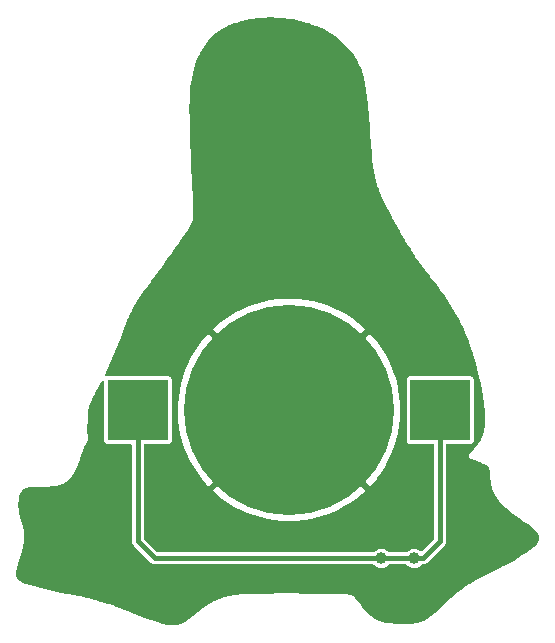
<source format=gbr>
%TF.GenerationSoftware,KiCad,Pcbnew,6.0.11-2627ca5db0~126~ubuntu20.04.1*%
%TF.CreationDate,2023-05-23T08:29:18+02:00*%
%TF.ProjectId,tux_badge,7475785f-6261-4646-9765-2e6b69636164,rev?*%
%TF.SameCoordinates,Original*%
%TF.FileFunction,Copper,L2,Bot*%
%TF.FilePolarity,Positive*%
%FSLAX46Y46*%
G04 Gerber Fmt 4.6, Leading zero omitted, Abs format (unit mm)*
G04 Created by KiCad (PCBNEW 6.0.11-2627ca5db0~126~ubuntu20.04.1) date 2023-05-23 08:29:18*
%MOMM*%
%LPD*%
G01*
G04 APERTURE LIST*
%TA.AperFunction,SMDPad,CuDef*%
%ADD10R,5.100000X5.100000*%
%TD*%
%TA.AperFunction,SMDPad,CuDef*%
%ADD11C,17.800000*%
%TD*%
%TA.AperFunction,ViaPad*%
%ADD12C,1.000000*%
%TD*%
%TA.AperFunction,Conductor*%
%ADD13C,0.406400*%
%TD*%
G04 APERTURE END LIST*
D10*
%TO.P,BT1,1,+*%
%TO.N,VCC*%
X153849400Y-105717956D03*
X179449400Y-105717956D03*
D11*
%TO.P,BT1,2,-*%
%TO.N,GND*%
X166649400Y-105717956D03*
%TD*%
D12*
%TO.N,GND*%
X176225200Y-122174000D03*
X156718000Y-122199400D03*
%TO.N,VCC*%
X177266600Y-118287800D03*
X174472600Y-118283600D03*
%TO.N,GND*%
X144703800Y-113106200D03*
X144475200Y-119329200D03*
X169570400Y-82702400D03*
X186817000Y-116459000D03*
X182753000Y-111048800D03*
%TD*%
D13*
%TO.N,VCC*%
X155295600Y-118287800D02*
X174523400Y-118287800D01*
X153849400Y-116841600D02*
X155295600Y-118287800D01*
X174523400Y-118287800D02*
X174527600Y-118283600D01*
X178003200Y-118287800D02*
X179449400Y-116841600D01*
X174531800Y-118287800D02*
X178003200Y-118287800D01*
X153849400Y-105717956D02*
X153849400Y-116841600D01*
X174527600Y-118283600D02*
X174531800Y-118287800D01*
X179449400Y-116841600D02*
X179449400Y-105717956D01*
%TD*%
%TA.AperFunction,Conductor*%
%TO.N,GND*%
G36*
X165255431Y-72490013D02*
G01*
X165257374Y-72490064D01*
X165258671Y-72490191D01*
X165306582Y-72490191D01*
X165310114Y-72490241D01*
X165502557Y-72495638D01*
X165504754Y-72495719D01*
X165700066Y-72504760D01*
X165702270Y-72504882D01*
X165895977Y-72517363D01*
X165898114Y-72517501D01*
X165900374Y-72517667D01*
X166042724Y-72529413D01*
X166058710Y-72532001D01*
X166065169Y-72534578D01*
X166071564Y-72535205D01*
X166100369Y-72535205D01*
X166115002Y-72536058D01*
X166722497Y-72607095D01*
X166729049Y-72608037D01*
X166942664Y-72644503D01*
X167327203Y-72710148D01*
X167332346Y-72711136D01*
X167616887Y-72771978D01*
X167620414Y-72772785D01*
X167901048Y-72841272D01*
X167904649Y-72842208D01*
X168178320Y-72917623D01*
X168181990Y-72918694D01*
X168448827Y-73001015D01*
X168452561Y-73002231D01*
X168712414Y-73091356D01*
X168716206Y-73092725D01*
X168969068Y-73188599D01*
X168972908Y-73190128D01*
X169218732Y-73292676D01*
X169222595Y-73294363D01*
X169461425Y-73403555D01*
X169465294Y-73405404D01*
X169672627Y-73508957D01*
X169697036Y-73521148D01*
X169700956Y-73523193D01*
X169925656Y-73645462D01*
X169929558Y-73647677D01*
X169941759Y-73654895D01*
X170147081Y-73776356D01*
X170150971Y-73778754D01*
X170361448Y-73913875D01*
X170365324Y-73916467D01*
X170399058Y-73939937D01*
X170568658Y-74057935D01*
X170572435Y-74060669D01*
X170768683Y-74208491D01*
X170772457Y-74211448D01*
X170961564Y-74365561D01*
X170965277Y-74368709D01*
X171147198Y-74529050D01*
X171150800Y-74532351D01*
X171325638Y-74699001D01*
X171329130Y-74702463D01*
X171496842Y-74875385D01*
X171500230Y-74879019D01*
X171660746Y-75058144D01*
X171663997Y-75061919D01*
X171817379Y-75247337D01*
X171820478Y-75251238D01*
X171899690Y-75355095D01*
X171966691Y-75442943D01*
X171969593Y-75446907D01*
X172108627Y-75644934D01*
X172111360Y-75648995D01*
X172243118Y-75853266D01*
X172245697Y-75857440D01*
X172370210Y-76068082D01*
X172372593Y-76072296D01*
X172489783Y-76289275D01*
X172491989Y-76293554D01*
X172601788Y-76516853D01*
X172603804Y-76521156D01*
X172706170Y-76750827D01*
X172707996Y-76755136D01*
X172786275Y-76949911D01*
X172788961Y-76957849D01*
X172789816Y-76967720D01*
X172802789Y-76994259D01*
X172808918Y-77009140D01*
X172892245Y-77255040D01*
X172906471Y-77297020D01*
X172908955Y-77305270D01*
X172977262Y-77563825D01*
X173001546Y-77655746D01*
X173003179Y-77662725D01*
X173082192Y-78049944D01*
X173088977Y-78083198D01*
X173089962Y-78088628D01*
X173170554Y-78596152D01*
X173171121Y-78600136D01*
X173248178Y-79210680D01*
X173248501Y-79213494D01*
X173323948Y-79942935D01*
X173324132Y-79944854D01*
X173393213Y-80731037D01*
X173400063Y-80808998D01*
X173400165Y-80810230D01*
X173400741Y-80817661D01*
X173474588Y-81770715D01*
X173474582Y-81771304D01*
X173474195Y-81772640D01*
X173474529Y-81776497D01*
X173474529Y-81776500D01*
X173479255Y-81831059D01*
X173479348Y-81832203D01*
X173505031Y-82166670D01*
X173590444Y-83279031D01*
X173590631Y-83284692D01*
X173590713Y-83284689D01*
X173590831Y-83287762D01*
X173590798Y-83290843D01*
X173591066Y-83293908D01*
X173591066Y-83293911D01*
X173595302Y-83342385D01*
X173595410Y-83343707D01*
X173596317Y-83355518D01*
X173597404Y-83369676D01*
X173597792Y-83371129D01*
X173597861Y-83371670D01*
X173632940Y-83773074D01*
X173645216Y-83913552D01*
X173645674Y-83923734D01*
X173645693Y-83924099D01*
X173645702Y-83927172D01*
X173646011Y-83930227D01*
X173646011Y-83930234D01*
X173650835Y-83977985D01*
X173650994Y-83979677D01*
X173653208Y-84005007D01*
X173653720Y-84006850D01*
X173653829Y-84007621D01*
X173701422Y-84478703D01*
X173701333Y-84489140D01*
X173701949Y-84489126D01*
X173702097Y-84495550D01*
X173702467Y-84498594D01*
X173702467Y-84498601D01*
X173708073Y-84544781D01*
X173708352Y-84547290D01*
X173710771Y-84571241D01*
X173711560Y-84573936D01*
X173711780Y-84575327D01*
X173761911Y-84988364D01*
X173762092Y-85000128D01*
X173762397Y-85000112D01*
X173762724Y-85006530D01*
X173763178Y-85009560D01*
X173763180Y-85009584D01*
X173769820Y-85053936D01*
X173770291Y-85057410D01*
X173772289Y-85073876D01*
X173772290Y-85073882D01*
X173772989Y-85079638D01*
X173774135Y-85083280D01*
X173774571Y-85085664D01*
X173829238Y-85450841D01*
X173829862Y-85464023D01*
X173829853Y-85464067D01*
X173830411Y-85470469D01*
X173830974Y-85473483D01*
X173838888Y-85515851D01*
X173839641Y-85520332D01*
X173842691Y-85540705D01*
X173844276Y-85545291D01*
X173845100Y-85549106D01*
X173906225Y-85876340D01*
X173907398Y-85889769D01*
X173907214Y-85890977D01*
X173908050Y-85897347D01*
X173918124Y-85940693D01*
X173919251Y-85946077D01*
X173921670Y-85959029D01*
X173921674Y-85959042D01*
X173922738Y-85964740D01*
X173924812Y-85970106D01*
X173926289Y-85975829D01*
X173995739Y-86274673D01*
X173997566Y-86288267D01*
X173997356Y-86290310D01*
X173998504Y-86296632D01*
X173999343Y-86299577D01*
X174010380Y-86338338D01*
X174011927Y-86344327D01*
X174014641Y-86356009D01*
X174014643Y-86356016D01*
X174015955Y-86361661D01*
X174018280Y-86366973D01*
X174019204Y-86369758D01*
X174020800Y-86374937D01*
X174100601Y-86655203D01*
X174103116Y-86668758D01*
X174102997Y-86671060D01*
X174104464Y-86677316D01*
X174118313Y-86718001D01*
X174120216Y-86724096D01*
X174123413Y-86735323D01*
X174123415Y-86735328D01*
X174125004Y-86740909D01*
X174127589Y-86746106D01*
X174129040Y-86749853D01*
X174130824Y-86754757D01*
X174223442Y-87026860D01*
X174226593Y-87040156D01*
X174226586Y-87042041D01*
X174228351Y-87048220D01*
X174244373Y-87088797D01*
X174246441Y-87094430D01*
X174252257Y-87111515D01*
X174255098Y-87116567D01*
X174256027Y-87118647D01*
X174258179Y-87123764D01*
X174366667Y-87398527D01*
X174370332Y-87411394D01*
X174370366Y-87412285D01*
X174372386Y-87418384D01*
X174373633Y-87421195D01*
X174373638Y-87421208D01*
X174390629Y-87459508D01*
X174392644Y-87464316D01*
X174399790Y-87482415D01*
X174402710Y-87487071D01*
X174404967Y-87491829D01*
X174532519Y-87779362D01*
X174536429Y-87791377D01*
X174536536Y-87791338D01*
X174538755Y-87797368D01*
X174540090Y-87800129D01*
X174559160Y-87839581D01*
X174560894Y-87843325D01*
X174569538Y-87862811D01*
X174572052Y-87866473D01*
X174573547Y-87869344D01*
X174723275Y-88179097D01*
X174726971Y-88189461D01*
X174727416Y-88189285D01*
X174729776Y-88195261D01*
X174752090Y-88238786D01*
X174753386Y-88241391D01*
X174763544Y-88262406D01*
X174765474Y-88265028D01*
X174766345Y-88266593D01*
X174941616Y-88608483D01*
X174945279Y-88618080D01*
X174945880Y-88617829D01*
X174948353Y-88623760D01*
X174949806Y-88626466D01*
X174949810Y-88626474D01*
X174971923Y-88667649D01*
X174973043Y-88669782D01*
X174984112Y-88691375D01*
X174985747Y-88693491D01*
X174986400Y-88694608D01*
X175375148Y-89418491D01*
X175471705Y-89598290D01*
X175474367Y-89603807D01*
X175474417Y-89603782D01*
X175475767Y-89606540D01*
X175476985Y-89609370D01*
X175478471Y-89612063D01*
X175478479Y-89612080D01*
X175497517Y-89646590D01*
X175500391Y-89652118D01*
X175507218Y-89666083D01*
X175521010Y-89694297D01*
X175526126Y-89699043D01*
X175528446Y-89702651D01*
X175870833Y-90323271D01*
X175875485Y-90332596D01*
X175877135Y-90336277D01*
X175891832Y-90362009D01*
X175902281Y-90380303D01*
X175903194Y-90381929D01*
X175915384Y-90404024D01*
X175916716Y-90405644D01*
X175917184Y-90406395D01*
X176239349Y-90970434D01*
X176243489Y-90979980D01*
X176244052Y-90979714D01*
X176246797Y-90985525D01*
X176272282Y-91028140D01*
X176273500Y-91030224D01*
X176285476Y-91051192D01*
X176287286Y-91053327D01*
X176288043Y-91054496D01*
X176346450Y-91152163D01*
X176591374Y-91561720D01*
X176596048Y-91571861D01*
X176596444Y-91571662D01*
X176599329Y-91577404D01*
X176625366Y-91618629D01*
X176626929Y-91621174D01*
X176638810Y-91641041D01*
X176641034Y-91643562D01*
X176642103Y-91645133D01*
X176939481Y-92115998D01*
X176944574Y-92126347D01*
X176944888Y-92126179D01*
X176947924Y-92131842D01*
X176949639Y-92134405D01*
X176949640Y-92134406D01*
X176974716Y-92171872D01*
X176976537Y-92174672D01*
X176985572Y-92188977D01*
X176988668Y-92193879D01*
X176991150Y-92196557D01*
X176992446Y-92198362D01*
X177296789Y-92653075D01*
X177302093Y-92663179D01*
X177302428Y-92662988D01*
X177305609Y-92668571D01*
X177333572Y-92708105D01*
X177335347Y-92710684D01*
X177348081Y-92729710D01*
X177350569Y-92732256D01*
X177351844Y-92733937D01*
X177676349Y-93192717D01*
X177681602Y-93202168D01*
X177682053Y-93201898D01*
X177685358Y-93207408D01*
X177687187Y-93209875D01*
X177687191Y-93209881D01*
X177714611Y-93246866D01*
X177716266Y-93249150D01*
X177726521Y-93263650D01*
X177726525Y-93263655D01*
X177729875Y-93268391D01*
X177732099Y-93270551D01*
X177733130Y-93271845D01*
X178091414Y-93755118D01*
X178097110Y-93763486D01*
X178100241Y-93768510D01*
X178102118Y-93770952D01*
X178102121Y-93770957D01*
X178130855Y-93808349D01*
X178132165Y-93810085D01*
X178143432Y-93825284D01*
X178143437Y-93825290D01*
X178146842Y-93829883D01*
X178148615Y-93831530D01*
X178149326Y-93832387D01*
X178561204Y-94368388D01*
X178561693Y-94369057D01*
X178561994Y-94369539D01*
X178562996Y-94370839D01*
X178562998Y-94370842D01*
X178568132Y-94377504D01*
X178581526Y-94399077D01*
X178587394Y-94411081D01*
X178602892Y-94425458D01*
X178616999Y-94440916D01*
X179058565Y-95013908D01*
X179059533Y-95015182D01*
X179460759Y-95551054D01*
X179462126Y-95552917D01*
X179594897Y-95737454D01*
X179811413Y-96038389D01*
X179813171Y-96040897D01*
X180119984Y-96489971D01*
X180121988Y-96492996D01*
X180396182Y-96920245D01*
X180398259Y-96923596D01*
X180649768Y-97343863D01*
X180651696Y-97347198D01*
X180890561Y-97775785D01*
X180892139Y-97778711D01*
X181010701Y-98005816D01*
X181126851Y-98228302D01*
X181128338Y-98231244D01*
X181129786Y-98234206D01*
X181446034Y-98888626D01*
X181454240Y-98905607D01*
X181456449Y-98910437D01*
X181734512Y-99553960D01*
X181745922Y-99580366D01*
X181748072Y-99585670D01*
X181758210Y-99612413D01*
X182007793Y-100270776D01*
X182009702Y-100276179D01*
X182202433Y-100863917D01*
X182245171Y-100994249D01*
X182246728Y-100999361D01*
X182463138Y-101767970D01*
X182464322Y-101772497D01*
X182666630Y-102608910D01*
X182667483Y-102612688D01*
X182860505Y-103533752D01*
X182861095Y-103536746D01*
X183046460Y-104541946D01*
X183048079Y-104553922D01*
X183051233Y-104590331D01*
X183055731Y-104599532D01*
X183057668Y-104608357D01*
X183125471Y-105024106D01*
X183125936Y-105027196D01*
X183184623Y-105453321D01*
X183184968Y-105456051D01*
X183196787Y-105558346D01*
X183206173Y-105639586D01*
X183207675Y-105652590D01*
X183207895Y-105654637D01*
X183226586Y-105843428D01*
X183226788Y-105845679D01*
X183241332Y-106025398D01*
X183241508Y-106027869D01*
X183251950Y-106198602D01*
X183252087Y-106201317D01*
X183258490Y-106363297D01*
X183258572Y-106366275D01*
X183260549Y-106491032D01*
X183261000Y-106519528D01*
X183261010Y-106522776D01*
X183259666Y-106655760D01*
X183259547Y-106667534D01*
X183259459Y-106671114D01*
X183254206Y-106807357D01*
X183253995Y-106811268D01*
X183245063Y-106939357D01*
X183244693Y-106943621D01*
X183232229Y-107063510D01*
X183231660Y-107068140D01*
X183215813Y-107180094D01*
X183215002Y-107185097D01*
X183198247Y-107276735D01*
X183195329Y-107289122D01*
X183185473Y-107323156D01*
X183186297Y-107332666D01*
X183185101Y-107340317D01*
X183179164Y-107367865D01*
X183175955Y-107382751D01*
X183175388Y-107385255D01*
X183162353Y-107440142D01*
X183154689Y-107472412D01*
X183154040Y-107475018D01*
X183131935Y-107559895D01*
X183131230Y-107562483D01*
X183114527Y-107621214D01*
X183107739Y-107645082D01*
X183106912Y-107647868D01*
X183087955Y-107709121D01*
X183082031Y-107728260D01*
X183081123Y-107731074D01*
X183065838Y-107776607D01*
X183054870Y-107809280D01*
X183053855Y-107812185D01*
X183049996Y-107822812D01*
X183029252Y-107879944D01*
X183026222Y-107888288D01*
X183025136Y-107891167D01*
X183001804Y-107950720D01*
X182996119Y-107965231D01*
X182994898Y-107968233D01*
X182964530Y-108040233D01*
X182963200Y-108043273D01*
X182931472Y-108113289D01*
X182930055Y-108116309D01*
X182901695Y-108174660D01*
X182896935Y-108184454D01*
X182895383Y-108187538D01*
X182860892Y-108253819D01*
X182859243Y-108256884D01*
X182823846Y-108320505D01*
X182823360Y-108321378D01*
X182821582Y-108324469D01*
X182784327Y-108387182D01*
X182782439Y-108390260D01*
X182743742Y-108451344D01*
X182741746Y-108454395D01*
X182705288Y-108508421D01*
X182701145Y-108514201D01*
X182673702Y-108550291D01*
X182672328Y-108555036D01*
X182671051Y-108557162D01*
X182644617Y-108594512D01*
X182637176Y-108605026D01*
X182635739Y-108607014D01*
X182570536Y-108695440D01*
X182568767Y-108697781D01*
X182498462Y-108788529D01*
X182496447Y-108791061D01*
X182417957Y-108887169D01*
X182415917Y-108889603D01*
X182326172Y-108993960D01*
X182324254Y-108996138D01*
X182220375Y-109111298D01*
X182218632Y-109113191D01*
X182183027Y-109151029D01*
X182097771Y-109241631D01*
X182096219Y-109243250D01*
X181990788Y-109351295D01*
X181981541Y-109358697D01*
X181981671Y-109358841D01*
X181973051Y-109366657D01*
X181963148Y-109372761D01*
X181956106Y-109382021D01*
X181955296Y-109382756D01*
X181938240Y-109400830D01*
X181937107Y-109401800D01*
X181937104Y-109401804D01*
X181930000Y-109407886D01*
X181929225Y-109409323D01*
X181928239Y-109410184D01*
X181926782Y-109412951D01*
X181924217Y-109415285D01*
X181916756Y-109430185D01*
X181904394Y-109450027D01*
X181894306Y-109463293D01*
X181891511Y-109472943D01*
X181886568Y-109480342D01*
X181884021Y-109491692D01*
X181883170Y-109493678D01*
X181881759Y-109496601D01*
X181880553Y-109499598D01*
X181876026Y-109507995D01*
X181875802Y-109509764D01*
X181875247Y-109510817D01*
X181874902Y-109513768D01*
X181873293Y-109516981D01*
X181872395Y-109526312D01*
X181871697Y-109533559D01*
X181867304Y-109556534D01*
X181862670Y-109572538D01*
X181863563Y-109582852D01*
X181861664Y-109591315D01*
X181863374Y-109602820D01*
X181863329Y-109604038D01*
X181862965Y-109608491D01*
X181862927Y-109611227D01*
X181861709Y-109620824D01*
X181862165Y-109622670D01*
X181862035Y-109623780D01*
X181862745Y-109626541D01*
X181862394Y-109630191D01*
X181864911Y-109639204D01*
X181864911Y-109639207D01*
X181866874Y-109646237D01*
X181871047Y-109669253D01*
X181872484Y-109685847D01*
X181877118Y-109695327D01*
X181878379Y-109703813D01*
X181884118Y-109713934D01*
X181884322Y-109714528D01*
X181885436Y-109718304D01*
X181885459Y-109718355D01*
X181886478Y-109721151D01*
X181888969Y-109731242D01*
X181890101Y-109732860D01*
X181890375Y-109733926D01*
X181891993Y-109736192D01*
X181892982Y-109739734D01*
X181898573Y-109747234D01*
X181898573Y-109747235D01*
X181902939Y-109753092D01*
X181915113Y-109773057D01*
X181917321Y-109777574D01*
X181917323Y-109777577D01*
X181922431Y-109788026D01*
X181930217Y-109795249D01*
X181934471Y-109802752D01*
X181943470Y-109810130D01*
X181943805Y-109810528D01*
X181947003Y-109814691D01*
X181948598Y-109816500D01*
X181954153Y-109824443D01*
X181955803Y-109825553D01*
X181956468Y-109826484D01*
X181958781Y-109828008D01*
X181960953Y-109830921D01*
X181969347Y-109836207D01*
X181975055Y-109839802D01*
X181993601Y-109854046D01*
X181997283Y-109857462D01*
X181997285Y-109857463D01*
X182005813Y-109865374D01*
X182015621Y-109869287D01*
X182022422Y-109874863D01*
X182033473Y-109878507D01*
X182034193Y-109878902D01*
X182038284Y-109881396D01*
X182040601Y-109882602D01*
X182048518Y-109887929D01*
X182050414Y-109888361D01*
X182051450Y-109889043D01*
X182054201Y-109889641D01*
X182057194Y-109891526D01*
X182063369Y-109893302D01*
X182074260Y-109895311D01*
X182098089Y-109902189D01*
X182111449Y-109907519D01*
X182117844Y-109908146D01*
X182120929Y-109908146D01*
X182123787Y-109908286D01*
X182123993Y-109908354D01*
X182123992Y-109908374D01*
X182124070Y-109908379D01*
X182130435Y-109910478D01*
X182142054Y-109909899D01*
X182143655Y-109910116D01*
X182146289Y-109910593D01*
X182148286Y-109910653D01*
X182159411Y-109913187D01*
X182161234Y-109912922D01*
X182162585Y-109913216D01*
X182166945Y-109912539D01*
X182168691Y-109912725D01*
X182175565Y-109913993D01*
X182180389Y-109914981D01*
X182244004Y-109929321D01*
X182248350Y-109930382D01*
X182338171Y-109954033D01*
X182342931Y-109955387D01*
X182456523Y-109990121D01*
X182460282Y-109991336D01*
X182490800Y-110001725D01*
X182520814Y-110011943D01*
X182523487Y-110012887D01*
X182590142Y-110037271D01*
X182592888Y-110038312D01*
X182642819Y-110057928D01*
X182663265Y-110065960D01*
X182666150Y-110067135D01*
X182739744Y-110098168D01*
X182742730Y-110099473D01*
X182819166Y-110134059D01*
X182822250Y-110135505D01*
X182859481Y-110153580D01*
X182866778Y-110157641D01*
X182874027Y-110164366D01*
X182884832Y-110168677D01*
X182910435Y-110178892D01*
X182920080Y-110183217D01*
X183067890Y-110257102D01*
X183068323Y-110257319D01*
X183200373Y-110323980D01*
X183201888Y-110324759D01*
X183222113Y-110335347D01*
X183253702Y-110351885D01*
X183255747Y-110352979D01*
X183299888Y-110377134D01*
X183302717Y-110378731D01*
X183338907Y-110399799D01*
X183342644Y-110402065D01*
X183349659Y-110406489D01*
X183371417Y-110420211D01*
X183376096Y-110423310D01*
X183400937Y-110440569D01*
X183404891Y-110443430D01*
X183408328Y-110446022D01*
X183412019Y-110448805D01*
X183414810Y-110450972D01*
X183423098Y-110457594D01*
X183425914Y-110459912D01*
X183433491Y-110466339D01*
X183436348Y-110468839D01*
X183443422Y-110475219D01*
X183446231Y-110477831D01*
X183453054Y-110484372D01*
X183455790Y-110487076D01*
X183462692Y-110494110D01*
X183465230Y-110496775D01*
X183472407Y-110504538D01*
X183474811Y-110507215D01*
X183482320Y-110515822D01*
X183484516Y-110518409D01*
X183488603Y-110523360D01*
X183492642Y-110528253D01*
X183494650Y-110530750D01*
X183501948Y-110540066D01*
X183504534Y-110543487D01*
X183514593Y-110557279D01*
X183525963Y-110572869D01*
X183528737Y-110576830D01*
X183538816Y-110591827D01*
X183547438Y-110606776D01*
X183554421Y-110621061D01*
X183554424Y-110621065D01*
X183559531Y-110631513D01*
X183567186Y-110638614D01*
X183576228Y-110653031D01*
X183582442Y-110664920D01*
X183584751Y-110669339D01*
X183588104Y-110676264D01*
X183598906Y-110700424D01*
X183601724Y-110707257D01*
X183611390Y-110732799D01*
X183613668Y-110739360D01*
X183615334Y-110744622D01*
X183622400Y-110766949D01*
X183624184Y-110773132D01*
X183632025Y-110803159D01*
X183633363Y-110808812D01*
X183640347Y-110841723D01*
X183641317Y-110846811D01*
X183647431Y-110882863D01*
X183648106Y-110887324D01*
X183653341Y-110926699D01*
X183653788Y-110930504D01*
X183654150Y-110934052D01*
X183657855Y-110970325D01*
X183657938Y-110971142D01*
X183658310Y-110975554D01*
X183664251Y-111064737D01*
X183664915Y-111074701D01*
X183665110Y-111078494D01*
X183666446Y-111115290D01*
X183669086Y-111188024D01*
X183669133Y-111189555D01*
X183670077Y-111228891D01*
X183670635Y-111252158D01*
X183669706Y-111266531D01*
X183668561Y-111270314D01*
X183668531Y-111272820D01*
X183668170Y-111274065D01*
X183669175Y-111285666D01*
X183671967Y-111317907D01*
X183672401Y-111325754D01*
X183672745Y-111340082D01*
X183673945Y-111345762D01*
X183674617Y-111351528D01*
X183674549Y-111351536D01*
X183675346Y-111356909D01*
X183677117Y-111377374D01*
X183677097Y-111377475D01*
X183677126Y-111377473D01*
X183680221Y-111413549D01*
X183679979Y-111424318D01*
X183680512Y-111424313D01*
X183680576Y-111430738D01*
X183680907Y-111433797D01*
X183680907Y-111433802D01*
X183685859Y-111479606D01*
X183686128Y-111482378D01*
X183688149Y-111505934D01*
X183688967Y-111508893D01*
X183689200Y-111510515D01*
X183695117Y-111565250D01*
X183695112Y-111576036D01*
X183695644Y-111576019D01*
X183695850Y-111582442D01*
X183696249Y-111585497D01*
X183696249Y-111585498D01*
X183702212Y-111631165D01*
X183702543Y-111633935D01*
X183705083Y-111657435D01*
X183705968Y-111660383D01*
X183706238Y-111662006D01*
X183712829Y-111712483D01*
X183713074Y-111723469D01*
X183713557Y-111723442D01*
X183713913Y-111729858D01*
X183714383Y-111732905D01*
X183714384Y-111732911D01*
X183721377Y-111778213D01*
X183721791Y-111781119D01*
X183724813Y-111804262D01*
X183725812Y-111807339D01*
X183726144Y-111809087D01*
X183732969Y-111853301D01*
X183733505Y-111864735D01*
X183733881Y-111864704D01*
X183734404Y-111871108D01*
X183735801Y-111878820D01*
X183743013Y-111918649D01*
X183743555Y-111921876D01*
X183745517Y-111934582D01*
X183747034Y-111944412D01*
X183748220Y-111947794D01*
X183748668Y-111949870D01*
X183753780Y-111978102D01*
X183755193Y-111985904D01*
X183756118Y-111998171D01*
X183756303Y-111998150D01*
X183757023Y-112004535D01*
X183757666Y-112007550D01*
X183757667Y-112007558D01*
X183766878Y-112050767D01*
X183767630Y-112054581D01*
X183771504Y-112075972D01*
X183772997Y-112079901D01*
X183773690Y-112082724D01*
X183779244Y-112108772D01*
X183780711Y-112122004D01*
X183780637Y-112122567D01*
X183781131Y-112125796D01*
X183781143Y-112125880D01*
X183781145Y-112125890D01*
X183781608Y-112128918D01*
X183792339Y-112171041D01*
X183792824Y-112172944D01*
X183793955Y-112177781D01*
X183796890Y-112191552D01*
X183796892Y-112191559D01*
X183798102Y-112197234D01*
X183800122Y-112202091D01*
X183801394Y-112206583D01*
X183804607Y-112219197D01*
X183806587Y-112232331D01*
X183806539Y-112232854D01*
X183807115Y-112235834D01*
X183807116Y-112235842D01*
X183807174Y-112236142D01*
X183807758Y-112239163D01*
X183808634Y-112242114D01*
X183808635Y-112242118D01*
X183818031Y-112273770D01*
X183820396Y-112286341D01*
X183820478Y-112286322D01*
X183821908Y-112292587D01*
X183822884Y-112295511D01*
X183822887Y-112295522D01*
X183832703Y-112324933D01*
X183835836Y-112338404D01*
X183835821Y-112340802D01*
X183837570Y-112346985D01*
X183838693Y-112349851D01*
X183839676Y-112352772D01*
X183839565Y-112352809D01*
X183841265Y-112357902D01*
X183842210Y-112368811D01*
X183847319Y-112379261D01*
X183847319Y-112379263D01*
X183855262Y-112395511D01*
X183857411Y-112400144D01*
X183859058Y-112403891D01*
X183860896Y-112409399D01*
X183863711Y-112414476D01*
X183865503Y-112418553D01*
X183867468Y-112423281D01*
X183884394Y-112466473D01*
X183896879Y-112498334D01*
X183900931Y-112512168D01*
X183901149Y-112516104D01*
X183903276Y-112522168D01*
X183904570Y-112524953D01*
X183904578Y-112524972D01*
X183920411Y-112559042D01*
X183923460Y-112566168D01*
X183926854Y-112574830D01*
X183926858Y-112574839D01*
X183928973Y-112580235D01*
X183932042Y-112585156D01*
X183934649Y-112590346D01*
X183934591Y-112590375D01*
X183937285Y-112595351D01*
X183973155Y-112672534D01*
X183977988Y-112685966D01*
X183978402Y-112689557D01*
X183980885Y-112695484D01*
X183982340Y-112698183D01*
X184000401Y-112731687D01*
X184003747Y-112738361D01*
X184010319Y-112752503D01*
X184013690Y-112757233D01*
X184016610Y-112762250D01*
X184016519Y-112762303D01*
X184019404Y-112766940D01*
X184043617Y-112811854D01*
X184061520Y-112845066D01*
X184067056Y-112858036D01*
X184067605Y-112861203D01*
X184070420Y-112866979D01*
X184072029Y-112869596D01*
X184072030Y-112869599D01*
X184092260Y-112902516D01*
X184095805Y-112908668D01*
X184103496Y-112922934D01*
X184107138Y-112927451D01*
X184110353Y-112932290D01*
X184110221Y-112932377D01*
X184113224Y-112936627D01*
X184161997Y-113015986D01*
X184168164Y-113028481D01*
X184168775Y-113031150D01*
X184171894Y-113036768D01*
X184173641Y-113039296D01*
X184195983Y-113071633D01*
X184199663Y-113077276D01*
X184204890Y-113085780D01*
X184208489Y-113091635D01*
X184212377Y-113095935D01*
X184215858Y-113100579D01*
X184215696Y-113100701D01*
X184218744Y-113104574D01*
X184274600Y-113185413D01*
X184281328Y-113197432D01*
X184281932Y-113199571D01*
X184285329Y-113205026D01*
X184287202Y-113207465D01*
X184287206Y-113207471D01*
X184311577Y-113239209D01*
X184315303Y-113244322D01*
X184321987Y-113253996D01*
X184325290Y-113258776D01*
X184329411Y-113262870D01*
X184331776Y-113265696D01*
X184335066Y-113269800D01*
X184344810Y-113282490D01*
X184399371Y-113353548D01*
X184406578Y-113365072D01*
X184407115Y-113366682D01*
X184410764Y-113371972D01*
X184412744Y-113374316D01*
X184412746Y-113374318D01*
X184439070Y-113405474D01*
X184442762Y-113410057D01*
X184453918Y-113424586D01*
X184458237Y-113428465D01*
X184459247Y-113429556D01*
X184463035Y-113433839D01*
X184536341Y-113520602D01*
X184543980Y-113531678D01*
X184544392Y-113532755D01*
X184548265Y-113537882D01*
X184550357Y-113540152D01*
X184550365Y-113540161D01*
X184578508Y-113570691D01*
X184582101Y-113574762D01*
X184594415Y-113589336D01*
X184598827Y-113592942D01*
X184602843Y-113597090D01*
X184685599Y-113686866D01*
X184693609Y-113697506D01*
X184693856Y-113698081D01*
X184697930Y-113703050D01*
X184729985Y-113735161D01*
X184733439Y-113738762D01*
X184742932Y-113749062D01*
X184742939Y-113749068D01*
X184746870Y-113753333D01*
X184751117Y-113756507D01*
X184754588Y-113759808D01*
X184847249Y-113852634D01*
X184855581Y-113862864D01*
X184855630Y-113862968D01*
X184857095Y-113864627D01*
X184857835Y-113865466D01*
X184857841Y-113865472D01*
X184859883Y-113867785D01*
X184862141Y-113869887D01*
X184862146Y-113869893D01*
X184893601Y-113899186D01*
X184896902Y-113902374D01*
X184911404Y-113916901D01*
X184915440Y-113919674D01*
X184918428Y-113922305D01*
X185021411Y-114018210D01*
X185029797Y-114027805D01*
X185029864Y-114027742D01*
X185034275Y-114032415D01*
X185036613Y-114034451D01*
X185036616Y-114034454D01*
X185069530Y-114063118D01*
X185072647Y-114065925D01*
X185088162Y-114080373D01*
X185091971Y-114082791D01*
X185094572Y-114084925D01*
X185163380Y-114144847D01*
X185208249Y-114183922D01*
X185216583Y-114192865D01*
X185216728Y-114192719D01*
X185221279Y-114197256D01*
X185223659Y-114199205D01*
X185223667Y-114199212D01*
X185257978Y-114227306D01*
X185260859Y-114229739D01*
X185277332Y-114244084D01*
X185280904Y-114246188D01*
X185283124Y-114247895D01*
X185323037Y-114280575D01*
X185407947Y-114350100D01*
X185416199Y-114358453D01*
X185416413Y-114358226D01*
X185421087Y-114362635D01*
X185445432Y-114381469D01*
X185459028Y-114391987D01*
X185461753Y-114394156D01*
X185474623Y-114404694D01*
X185474626Y-114404696D01*
X185479107Y-114408365D01*
X185482434Y-114410191D01*
X185484369Y-114411591D01*
X185620695Y-114517054D01*
X185628843Y-114524880D01*
X185629119Y-114524572D01*
X185633903Y-114528863D01*
X185660406Y-114548322D01*
X185673006Y-114557573D01*
X185675528Y-114559474D01*
X185693707Y-114573537D01*
X185696792Y-114575121D01*
X185698459Y-114576261D01*
X185778478Y-114635011D01*
X185811908Y-114659555D01*
X185846691Y-114685093D01*
X185854733Y-114692455D01*
X185855062Y-114692070D01*
X185856544Y-114693339D01*
X185859942Y-114696250D01*
X185900143Y-114724378D01*
X185902445Y-114726028D01*
X185921361Y-114739916D01*
X185924209Y-114741289D01*
X185925640Y-114742218D01*
X186086168Y-114854537D01*
X186094088Y-114861476D01*
X186094464Y-114861019D01*
X186099430Y-114865097D01*
X186140587Y-114892644D01*
X186142631Y-114894043D01*
X186162304Y-114907808D01*
X186164926Y-114908999D01*
X186166174Y-114909771D01*
X186345138Y-115029555D01*
X186347862Y-115031466D01*
X186349494Y-115032793D01*
X186364888Y-115042985D01*
X186381014Y-115055665D01*
X186397037Y-115070528D01*
X186408778Y-115075212D01*
X186431641Y-115087178D01*
X186572830Y-115180654D01*
X186573769Y-115181283D01*
X186663230Y-115241903D01*
X186734856Y-115290438D01*
X186736248Y-115291395D01*
X186882209Y-115393183D01*
X186883915Y-115394394D01*
X187015297Y-115489295D01*
X187017356Y-115490814D01*
X187134678Y-115579240D01*
X187137115Y-115581124D01*
X187218153Y-115645402D01*
X187240920Y-115663460D01*
X187243805Y-115665818D01*
X187263003Y-115681997D01*
X187334724Y-115742439D01*
X187338083Y-115745374D01*
X187416702Y-115816538D01*
X187420495Y-115820118D01*
X187463583Y-115862510D01*
X187487626Y-115886166D01*
X187491848Y-115890525D01*
X187548387Y-115951784D01*
X187552921Y-115956975D01*
X187600046Y-116013998D01*
X187604715Y-116020009D01*
X187643733Y-116073522D01*
X187648344Y-116080299D01*
X187672306Y-116118116D01*
X187680715Y-116131388D01*
X187685040Y-116138757D01*
X187706243Y-116177859D01*
X187712222Y-116188885D01*
X187716045Y-116196544D01*
X187739350Y-116247505D01*
X187742523Y-116255089D01*
X187748330Y-116270350D01*
X187751985Y-116281486D01*
X187752595Y-116283685D01*
X187753599Y-116295279D01*
X187766060Y-116320772D01*
X187772397Y-116336277D01*
X187782591Y-116366897D01*
X187783625Y-116370153D01*
X187797111Y-116414731D01*
X187797773Y-116416921D01*
X187798987Y-116421207D01*
X187809509Y-116461017D01*
X187810798Y-116466364D01*
X187818019Y-116499497D01*
X187819245Y-116505929D01*
X187823664Y-116532937D01*
X187824667Y-116540498D01*
X187826893Y-116562326D01*
X187827468Y-116570768D01*
X187828091Y-116588842D01*
X187828079Y-116597857D01*
X187827476Y-116614101D01*
X187826804Y-116623233D01*
X187824987Y-116639716D01*
X187823701Y-116648516D01*
X187820278Y-116667276D01*
X187818528Y-116675356D01*
X187812824Y-116698062D01*
X187810818Y-116705160D01*
X187802050Y-116733043D01*
X187799998Y-116739037D01*
X187787465Y-116772850D01*
X187785538Y-116777736D01*
X187768721Y-116817887D01*
X187767023Y-116821757D01*
X187745915Y-116867760D01*
X187745592Y-116868463D01*
X187744190Y-116871414D01*
X187738723Y-116882553D01*
X187734703Y-116890744D01*
X187721891Y-116911492D01*
X187719778Y-116914270D01*
X187719777Y-116914272D01*
X187712738Y-116923529D01*
X187709503Y-116934701D01*
X187709263Y-116935530D01*
X187697895Y-116962535D01*
X187686885Y-116981991D01*
X187684809Y-116985524D01*
X187669733Y-117010253D01*
X187667543Y-117013717D01*
X187651599Y-117038052D01*
X187649310Y-117041426D01*
X187632296Y-117065647D01*
X187629963Y-117068858D01*
X187611762Y-117093080D01*
X187609418Y-117096100D01*
X187590031Y-117120279D01*
X187587599Y-117123219D01*
X187577284Y-117135303D01*
X187566837Y-117147543D01*
X187564364Y-117150355D01*
X187552976Y-117162921D01*
X187542111Y-117174909D01*
X187539684Y-117177511D01*
X187515767Y-117202424D01*
X187513397Y-117204824D01*
X187502516Y-117215551D01*
X187487802Y-117230054D01*
X187485423Y-117232338D01*
X187473564Y-117243431D01*
X187458027Y-117257963D01*
X187455761Y-117260031D01*
X187432028Y-117281141D01*
X187426386Y-117286159D01*
X187424145Y-117288105D01*
X187392782Y-117314704D01*
X187390667Y-117316459D01*
X187357256Y-117343540D01*
X187355205Y-117345167D01*
X187345261Y-117352890D01*
X187334941Y-117360905D01*
X187323775Y-117368648D01*
X187294905Y-117386444D01*
X187288259Y-117395184D01*
X187280048Y-117401895D01*
X187039530Y-117578673D01*
X187036964Y-117580511D01*
X186717000Y-117803550D01*
X186715035Y-117804892D01*
X186368970Y-118036392D01*
X186367205Y-118037551D01*
X186011499Y-118266967D01*
X186009730Y-118268087D01*
X185660656Y-118485097D01*
X185658645Y-118486321D01*
X185334522Y-118679460D01*
X185332866Y-118680447D01*
X185330187Y-118681999D01*
X185323356Y-118685845D01*
X185045377Y-118842345D01*
X185041121Y-118844635D01*
X184851380Y-118942071D01*
X184842527Y-118946039D01*
X184832136Y-118947974D01*
X184822235Y-118954077D01*
X184803189Y-118965817D01*
X184791301Y-118972291D01*
X184538356Y-119092886D01*
X183499879Y-119587994D01*
X183495270Y-119590079D01*
X183493267Y-119590937D01*
X183490381Y-119592010D01*
X183487726Y-119593305D01*
X183483759Y-119594919D01*
X183475339Y-119598168D01*
X183463903Y-119600298D01*
X183434950Y-119618145D01*
X183423060Y-119624619D01*
X183418697Y-119626699D01*
X183417676Y-119627441D01*
X183417288Y-119627651D01*
X183355303Y-119657876D01*
X183230295Y-119718832D01*
X183220777Y-119722239D01*
X183221031Y-119722885D01*
X183215050Y-119725233D01*
X183170421Y-119748006D01*
X183168433Y-119748997D01*
X183146445Y-119759719D01*
X183144404Y-119761232D01*
X183143360Y-119761814D01*
X182963125Y-119853782D01*
X182953494Y-119857426D01*
X182953744Y-119858028D01*
X182947809Y-119860492D01*
X182945107Y-119861937D01*
X182945097Y-119861942D01*
X182919103Y-119875846D01*
X182903923Y-119883966D01*
X182901852Y-119885048D01*
X182880190Y-119896101D01*
X182878045Y-119897753D01*
X182876905Y-119898416D01*
X182802517Y-119938204D01*
X182703407Y-119991214D01*
X182693678Y-119995124D01*
X182693920Y-119995675D01*
X182688037Y-119998259D01*
X182685360Y-119999762D01*
X182644819Y-120022522D01*
X182642563Y-120023758D01*
X182621436Y-120035058D01*
X182619214Y-120036837D01*
X182617992Y-120037582D01*
X182450505Y-120131610D01*
X182440711Y-120135785D01*
X182440949Y-120136297D01*
X182435122Y-120139006D01*
X182402202Y-120158424D01*
X182392644Y-120164062D01*
X182390321Y-120165399D01*
X182369562Y-120177053D01*
X182367279Y-120178959D01*
X182365976Y-120179791D01*
X182203821Y-120275438D01*
X182193995Y-120279881D01*
X182194230Y-120280359D01*
X182188465Y-120283196D01*
X182169619Y-120294882D01*
X182146648Y-120309126D01*
X182144308Y-120310542D01*
X182123956Y-120322546D01*
X182121636Y-120324568D01*
X182120299Y-120325464D01*
X181962746Y-120423159D01*
X181952928Y-120427864D01*
X181953165Y-120428318D01*
X181947465Y-120431285D01*
X181944876Y-120432973D01*
X181906416Y-120458049D01*
X181903999Y-120459586D01*
X181888949Y-120468918D01*
X181888944Y-120468922D01*
X181884012Y-120471980D01*
X181881677Y-120474109D01*
X181880293Y-120475081D01*
X181726685Y-120575233D01*
X181716927Y-120580192D01*
X181717164Y-120580623D01*
X181711534Y-120583722D01*
X181708997Y-120585461D01*
X181671174Y-120611386D01*
X181668757Y-120613002D01*
X181649129Y-120625800D01*
X181646817Y-120628006D01*
X181645397Y-120629053D01*
X181495052Y-120732105D01*
X181485391Y-120737297D01*
X181485636Y-120737719D01*
X181482743Y-120739400D01*
X181482738Y-120739403D01*
X181480080Y-120740948D01*
X181440324Y-120769580D01*
X181438035Y-120771189D01*
X181418707Y-120784436D01*
X181416427Y-120786714D01*
X181415025Y-120787799D01*
X181267274Y-120894207D01*
X181257737Y-120899623D01*
X181257993Y-120900041D01*
X181252514Y-120903397D01*
X181250057Y-120905255D01*
X181250043Y-120905264D01*
X181213440Y-120932935D01*
X181211093Y-120934667D01*
X181196863Y-120944915D01*
X181196857Y-120944920D01*
X181192146Y-120948313D01*
X181189927Y-120950636D01*
X181188567Y-120951740D01*
X181142684Y-120986426D01*
X181042725Y-121061993D01*
X181033367Y-121067596D01*
X181033639Y-121068018D01*
X181028238Y-121071499D01*
X180991715Y-121100446D01*
X180989815Y-121101952D01*
X180987565Y-121103694D01*
X180968844Y-121117846D01*
X180966700Y-121120198D01*
X180965410Y-121121294D01*
X180820839Y-121235877D01*
X180811681Y-121241645D01*
X180811975Y-121242079D01*
X180806653Y-121245679D01*
X180804282Y-121247646D01*
X180804278Y-121247649D01*
X180768835Y-121277053D01*
X180766650Y-121278824D01*
X180752747Y-121289843D01*
X180752743Y-121289847D01*
X180748193Y-121293453D01*
X180746154Y-121295794D01*
X180744916Y-121296897D01*
X180600995Y-121416295D01*
X180592073Y-121422192D01*
X180592393Y-121422644D01*
X180589653Y-121424585D01*
X180589647Y-121424590D01*
X180587150Y-121426359D01*
X180584828Y-121428372D01*
X180584820Y-121428378D01*
X180549947Y-121458605D01*
X180547872Y-121460366D01*
X180537504Y-121468968D01*
X180529580Y-121475542D01*
X180527653Y-121477857D01*
X180526500Y-121478930D01*
X180412213Y-121577994D01*
X180382590Y-121603671D01*
X180373924Y-121609667D01*
X180374274Y-121610140D01*
X180369110Y-121613963D01*
X180366830Y-121616024D01*
X180366821Y-121616031D01*
X180332417Y-121647125D01*
X180330484Y-121648837D01*
X180312381Y-121664528D01*
X180310579Y-121666791D01*
X180309526Y-121667813D01*
X180165014Y-121798417D01*
X180156608Y-121804491D01*
X180156994Y-121804991D01*
X180154343Y-121807034D01*
X180154336Y-121807040D01*
X180151905Y-121808914D01*
X180149669Y-121811016D01*
X180149654Y-121811029D01*
X180115685Y-121842966D01*
X180113862Y-121844646D01*
X180100274Y-121856927D01*
X180100270Y-121856932D01*
X180095965Y-121860822D01*
X180094300Y-121863005D01*
X180093338Y-121863977D01*
X179947616Y-122000981D01*
X179939489Y-122007099D01*
X179939910Y-122007625D01*
X179937300Y-122009715D01*
X179937293Y-122009721D01*
X179934895Y-122011642D01*
X179932690Y-122013793D01*
X179932686Y-122013797D01*
X179899161Y-122046508D01*
X179897474Y-122048124D01*
X179894925Y-122050521D01*
X179879692Y-122064842D01*
X179878156Y-122066940D01*
X179877314Y-122067824D01*
X179724170Y-122217247D01*
X179722135Y-122219146D01*
X179720723Y-122220287D01*
X179717145Y-122223809D01*
X179701609Y-122235989D01*
X179697719Y-122239516D01*
X179687815Y-122245621D01*
X179680772Y-122254883D01*
X179680771Y-122254884D01*
X179671961Y-122266470D01*
X179660050Y-122280003D01*
X179493784Y-122443649D01*
X179476302Y-122460855D01*
X179475308Y-122461822D01*
X179434470Y-122501115D01*
X179287032Y-122642975D01*
X179285645Y-122644290D01*
X179112159Y-122806216D01*
X179110325Y-122807894D01*
X178986570Y-122918918D01*
X178950229Y-122951520D01*
X178947905Y-122953554D01*
X178799563Y-123080089D01*
X178796648Y-123082499D01*
X178682496Y-123173941D01*
X178658710Y-123192995D01*
X178655020Y-123195840D01*
X178525920Y-123291618D01*
X178521507Y-123294746D01*
X178415892Y-123366230D01*
X178399417Y-123377381D01*
X178394241Y-123380703D01*
X178277157Y-123451874D01*
X178271366Y-123455187D01*
X178156991Y-123516668D01*
X178150801Y-123519779D01*
X178036378Y-123573394D01*
X178030130Y-123576116D01*
X177912868Y-123623447D01*
X177906793Y-123625719D01*
X177783727Y-123668169D01*
X177778186Y-123669938D01*
X177750538Y-123678068D01*
X177646700Y-123708601D01*
X177641943Y-123709900D01*
X177583915Y-123724510D01*
X177499530Y-123745756D01*
X177495631Y-123746672D01*
X177345336Y-123779471D01*
X177339397Y-123780618D01*
X177241271Y-123797144D01*
X177234964Y-123798043D01*
X177111920Y-123812418D01*
X177107544Y-123812851D01*
X177054390Y-123817175D01*
X176960398Y-123824822D01*
X176957076Y-123825048D01*
X176793171Y-123834031D01*
X176789346Y-123834183D01*
X176673222Y-123837013D01*
X176416363Y-123843273D01*
X176412332Y-123843306D01*
X176015398Y-123840140D01*
X176011663Y-123840055D01*
X175989543Y-123839222D01*
X175617143Y-123825194D01*
X175612989Y-123824968D01*
X175247243Y-123799077D01*
X175243266Y-123798733D01*
X175084994Y-123782476D01*
X175081480Y-123782065D01*
X174941442Y-123763695D01*
X174936697Y-123762980D01*
X174846469Y-123747629D01*
X174822748Y-123743593D01*
X174815805Y-123742210D01*
X174749810Y-123727111D01*
X174731226Y-123721316D01*
X174721313Y-123717361D01*
X174717489Y-123715835D01*
X174717487Y-123715835D01*
X174709232Y-123712541D01*
X174702837Y-123711914D01*
X174701373Y-123711914D01*
X174698208Y-123711144D01*
X174675880Y-123707471D01*
X174629959Y-123694404D01*
X174626905Y-123693493D01*
X174532335Y-123663963D01*
X174529181Y-123662932D01*
X174437536Y-123631643D01*
X174434305Y-123630490D01*
X174345478Y-123597437D01*
X174342177Y-123596156D01*
X174256111Y-123561347D01*
X174252747Y-123559929D01*
X174169418Y-123523383D01*
X174166005Y-123521826D01*
X174155136Y-123516668D01*
X174085305Y-123483528D01*
X174081927Y-123481861D01*
X174003838Y-123441834D01*
X174000376Y-123439990D01*
X173924865Y-123398250D01*
X173921395Y-123396259D01*
X173848380Y-123352794D01*
X173844913Y-123350653D01*
X173774289Y-123305431D01*
X173770813Y-123303123D01*
X173731970Y-123276397D01*
X173702545Y-123256150D01*
X173699146Y-123253727D01*
X173633091Y-123204930D01*
X173629704Y-123202338D01*
X173572532Y-123157024D01*
X173565897Y-123151765D01*
X173562576Y-123149039D01*
X173500893Y-123096616D01*
X173497643Y-123093756D01*
X173437015Y-123038532D01*
X173436168Y-123037753D01*
X173432820Y-123034647D01*
X173432016Y-123033895D01*
X173133136Y-122751720D01*
X173124441Y-122741685D01*
X173124259Y-122741329D01*
X173119857Y-122736648D01*
X173085455Y-122706577D01*
X173081881Y-122703329D01*
X173069412Y-122691557D01*
X173067266Y-122689531D01*
X173066331Y-122688928D01*
X173066225Y-122688838D01*
X173048335Y-122672243D01*
X173048334Y-122672242D01*
X173044288Y-122668489D01*
X173042599Y-122667815D01*
X173039164Y-122665164D01*
X173036533Y-122662708D01*
X173033777Y-122660055D01*
X173016433Y-122642838D01*
X173013959Y-122640309D01*
X172997994Y-122623519D01*
X172996527Y-122621976D01*
X172994240Y-122619506D01*
X172976669Y-122599999D01*
X172974596Y-122597638D01*
X172971324Y-122593817D01*
X172957011Y-122577101D01*
X172955155Y-122574882D01*
X172937477Y-122553235D01*
X172935821Y-122551161D01*
X172918140Y-122528529D01*
X172916617Y-122526540D01*
X172898952Y-122502974D01*
X172897585Y-122501115D01*
X172886211Y-122485348D01*
X172880890Y-122477971D01*
X172879149Y-122475493D01*
X172842897Y-122422567D01*
X172840998Y-122419711D01*
X172806086Y-122365606D01*
X172804630Y-122363295D01*
X172796292Y-122349737D01*
X172789334Y-122334477D01*
X172788866Y-122334700D01*
X172785038Y-122326676D01*
X172782374Y-122318189D01*
X172778820Y-122312835D01*
X172776886Y-122310462D01*
X172776881Y-122310455D01*
X172762501Y-122292810D01*
X172759368Y-122288803D01*
X172756314Y-122284730D01*
X172753271Y-122279782D01*
X172741492Y-122266765D01*
X172737267Y-122261846D01*
X172206733Y-121610836D01*
X172197224Y-121595975D01*
X172193067Y-121590377D01*
X172187959Y-121579928D01*
X172172122Y-121565237D01*
X172158262Y-121550098D01*
X172150470Y-121540053D01*
X172150466Y-121540049D01*
X172145018Y-121533026D01*
X172139823Y-121529244D01*
X172137177Y-121527689D01*
X172137170Y-121527684D01*
X172133874Y-121525747D01*
X172114870Y-121511608D01*
X172113109Y-121510494D01*
X172104577Y-121502580D01*
X172098004Y-121499958D01*
X172092601Y-121495380D01*
X172081612Y-121491559D01*
X172076598Y-121488697D01*
X172067008Y-121484372D01*
X172064628Y-121483032D01*
X172062035Y-121481401D01*
X172059290Y-121480028D01*
X172059285Y-121480025D01*
X172040919Y-121470837D01*
X172029752Y-121463760D01*
X172029666Y-121463670D01*
X172028192Y-121462816D01*
X172026770Y-121461992D01*
X172026765Y-121461990D01*
X172024106Y-121460449D01*
X172010200Y-121454117D01*
X172004149Y-121451362D01*
X171992691Y-121444685D01*
X171992439Y-121444442D01*
X171990616Y-121443476D01*
X171990603Y-121443469D01*
X171989483Y-121442876D01*
X171989474Y-121442872D01*
X171986761Y-121441435D01*
X171967912Y-121433704D01*
X171956184Y-121427463D01*
X171955810Y-121427128D01*
X171950019Y-121424345D01*
X171947133Y-121423290D01*
X171947122Y-121423286D01*
X171932239Y-121417849D01*
X171920266Y-121412066D01*
X171919849Y-121411721D01*
X171913952Y-121409167D01*
X171897213Y-121403786D01*
X171885043Y-121398481D01*
X171884673Y-121398199D01*
X171882038Y-121397177D01*
X171881560Y-121396991D01*
X171881552Y-121396988D01*
X171878682Y-121395875D01*
X171862994Y-121391494D01*
X171850658Y-121386666D01*
X171850465Y-121386530D01*
X171849142Y-121386073D01*
X171849135Y-121386070D01*
X171847294Y-121385434D01*
X171844392Y-121384431D01*
X171829725Y-121380920D01*
X171817414Y-121376608D01*
X171817405Y-121376636D01*
X171814206Y-121375654D01*
X171814202Y-121375653D01*
X171811263Y-121374751D01*
X171797653Y-121371992D01*
X171785783Y-121368274D01*
X171785742Y-121368425D01*
X171779543Y-121366736D01*
X171776507Y-121366220D01*
X171776498Y-121366218D01*
X171766986Y-121364601D01*
X171755707Y-121361433D01*
X171755632Y-121361740D01*
X171752371Y-121360947D01*
X171752369Y-121360947D01*
X171749389Y-121360222D01*
X171736796Y-121358437D01*
X171724862Y-121355456D01*
X171724823Y-121355641D01*
X171721544Y-121354950D01*
X171721545Y-121354950D01*
X171718536Y-121354316D01*
X171715478Y-121353978D01*
X171715476Y-121353978D01*
X171705061Y-121352828D01*
X171687726Y-121350914D01*
X171680437Y-121349892D01*
X171678311Y-121349531D01*
X171675659Y-121348860D01*
X171675637Y-121348976D01*
X171672343Y-121348355D01*
X171672337Y-121348354D01*
X171669322Y-121347786D01*
X171666263Y-121347515D01*
X171666259Y-121347514D01*
X171662768Y-121347204D01*
X171648835Y-121345968D01*
X171648842Y-121345887D01*
X171645173Y-121344613D01*
X171645082Y-121345636D01*
X171636843Y-121344905D01*
X171626020Y-121342755D01*
X171625943Y-121343225D01*
X171619602Y-121342184D01*
X171618945Y-121342141D01*
X171611835Y-121340875D01*
X171606308Y-121338670D01*
X171599913Y-121338043D01*
X171565079Y-121338043D01*
X171553944Y-121337550D01*
X171550453Y-121337240D01*
X171550450Y-121337240D01*
X171544679Y-121336728D01*
X171541429Y-121337040D01*
X171539615Y-121336984D01*
X171137173Y-121310825D01*
X171128987Y-121310293D01*
X171117286Y-121308284D01*
X171117249Y-121308561D01*
X171110881Y-121307702D01*
X171110913Y-121307468D01*
X171108460Y-121307067D01*
X171106189Y-121306161D01*
X171099794Y-121305534D01*
X171059873Y-121305534D01*
X171051700Y-121305269D01*
X171043124Y-121304711D01*
X171043119Y-121304711D01*
X171037332Y-121304335D01*
X171033457Y-121304800D01*
X171030944Y-121304788D01*
X170578226Y-121288282D01*
X170472733Y-121284436D01*
X170462090Y-121282885D01*
X170462030Y-121283420D01*
X170458701Y-121283045D01*
X170458698Y-121283045D01*
X170455645Y-121282701D01*
X170406429Y-121281989D01*
X170403699Y-121281920D01*
X170380052Y-121281057D01*
X170377024Y-121281508D01*
X170375422Y-121281541D01*
X169681695Y-121271505D01*
X169428144Y-121267837D01*
X169421425Y-121267452D01*
X169421424Y-121267474D01*
X169418336Y-121267316D01*
X169415282Y-121267010D01*
X169412216Y-121267003D01*
X169412209Y-121267003D01*
X169388554Y-121266952D01*
X169363919Y-121266899D01*
X169362486Y-121266887D01*
X169336716Y-121266514D01*
X169334995Y-121266809D01*
X169334310Y-121266835D01*
X168270236Y-121264532D01*
X166726093Y-121261189D01*
X166720139Y-121260919D01*
X166720136Y-121260982D01*
X166717057Y-121260859D01*
X166713995Y-121260586D01*
X166710927Y-121260613D01*
X166710921Y-121260613D01*
X166691241Y-121260788D01*
X166662417Y-121261044D01*
X166661186Y-121261049D01*
X166635045Y-121260992D01*
X166633500Y-121261276D01*
X166632894Y-121261306D01*
X164091815Y-121283879D01*
X164081245Y-121283529D01*
X164078106Y-121283292D01*
X164075037Y-121283361D01*
X164075028Y-121283361D01*
X164046844Y-121283997D01*
X164027106Y-121284443D01*
X164025470Y-121284468D01*
X164016051Y-121284552D01*
X164004770Y-121284652D01*
X164004764Y-121284652D01*
X163999971Y-121284695D01*
X163998069Y-121285067D01*
X163997271Y-121285116D01*
X163787797Y-121289843D01*
X163133719Y-121304603D01*
X163121783Y-121303619D01*
X163121771Y-121303879D01*
X163115353Y-121303582D01*
X163112271Y-121303741D01*
X163112270Y-121303741D01*
X163067721Y-121306039D01*
X163064077Y-121306174D01*
X163052529Y-121306435D01*
X163041950Y-121306674D01*
X163038068Y-121307488D01*
X163035491Y-121307703D01*
X162587775Y-121330805D01*
X162572972Y-121330297D01*
X162568383Y-121329071D01*
X162561959Y-121329205D01*
X162535727Y-121332331D01*
X162533831Y-121332557D01*
X162527381Y-121332940D01*
X162521945Y-121333442D01*
X162516140Y-121333442D01*
X162510430Y-121334505D01*
X162508549Y-121334679D01*
X162506250Y-121335011D01*
X162500446Y-121335311D01*
X162494797Y-121336668D01*
X162489982Y-121337364D01*
X162482999Y-121338615D01*
X162280712Y-121362722D01*
X162269766Y-121362839D01*
X162269788Y-121363332D01*
X162263369Y-121363615D01*
X162230718Y-121368274D01*
X162214900Y-121370531D01*
X162212010Y-121370909D01*
X162194543Y-121372990D01*
X162194538Y-121372991D01*
X162188782Y-121373677D01*
X162185719Y-121374634D01*
X162184002Y-121374940D01*
X162067982Y-121391494D01*
X162000532Y-121401118D01*
X161988569Y-121401560D01*
X161988588Y-121401818D01*
X161985247Y-121402062D01*
X161985237Y-121402063D01*
X161982179Y-121402287D01*
X161979152Y-121402809D01*
X161979143Y-121402810D01*
X161935213Y-121410384D01*
X161931607Y-121410952D01*
X161915423Y-121413262D01*
X161915420Y-121413263D01*
X161909671Y-121414083D01*
X161905909Y-121415354D01*
X161903369Y-121415875D01*
X161860384Y-121423286D01*
X161735307Y-121444851D01*
X161722283Y-121445750D01*
X161722286Y-121445777D01*
X161715897Y-121446470D01*
X161670495Y-121455948D01*
X161666182Y-121456769D01*
X161645636Y-121460312D01*
X161641202Y-121461955D01*
X161637607Y-121462813D01*
X161482578Y-121495176D01*
X161469314Y-121496599D01*
X161468525Y-121496493D01*
X161462171Y-121497447D01*
X161459192Y-121498197D01*
X161459187Y-121498198D01*
X161449679Y-121500592D01*
X161418407Y-121508465D01*
X161413420Y-121509612D01*
X161399909Y-121512432D01*
X161399901Y-121512435D01*
X161394227Y-121513619D01*
X161389209Y-121515681D01*
X161384312Y-121517049D01*
X161240091Y-121553359D01*
X161226693Y-121555386D01*
X161225135Y-121555250D01*
X161218830Y-121556494D01*
X161215899Y-121557376D01*
X161215897Y-121557377D01*
X161176654Y-121569193D01*
X161171088Y-121570730D01*
X161158775Y-121573830D01*
X161158769Y-121573832D01*
X161153137Y-121575250D01*
X161147858Y-121577676D01*
X161146956Y-121577994D01*
X161141412Y-121579804D01*
X161005698Y-121620666D01*
X160992233Y-121623365D01*
X160990123Y-121623285D01*
X160983888Y-121624838D01*
X160980991Y-121625869D01*
X160943105Y-121639352D01*
X160937187Y-121641294D01*
X160926613Y-121644478D01*
X160920234Y-121646399D01*
X160915079Y-121649060D01*
X160912123Y-121650256D01*
X160907109Y-121652162D01*
X160777434Y-121698312D01*
X160764049Y-121701704D01*
X160761657Y-121701737D01*
X160755510Y-121703608D01*
X160752654Y-121704793D01*
X160752650Y-121704794D01*
X160715904Y-121720035D01*
X160709876Y-121722356D01*
X160699014Y-121726221D01*
X160699010Y-121726223D01*
X160693544Y-121728168D01*
X160688525Y-121731082D01*
X160684537Y-121732930D01*
X160679833Y-121734995D01*
X160553495Y-121787394D01*
X160540312Y-121791462D01*
X160537963Y-121791614D01*
X160531919Y-121793796D01*
X160529129Y-121795124D01*
X160529121Y-121795127D01*
X160493146Y-121812246D01*
X160487272Y-121814860D01*
X160480167Y-121817807D01*
X160471214Y-121821520D01*
X160466353Y-121824686D01*
X160462617Y-121826656D01*
X160457999Y-121828972D01*
X160384436Y-121863977D01*
X160332072Y-121888895D01*
X160319215Y-121893577D01*
X160317217Y-121893804D01*
X160311287Y-121896278D01*
X160273037Y-121916822D01*
X160267583Y-121919582D01*
X160259338Y-121923506D01*
X160251411Y-121927278D01*
X160246716Y-121930688D01*
X160244336Y-121932103D01*
X160239595Y-121934784D01*
X160134013Y-121991493D01*
X160111327Y-122003678D01*
X160098852Y-122008893D01*
X160097463Y-122009114D01*
X160091649Y-122011851D01*
X160089017Y-122013420D01*
X160089018Y-122013420D01*
X160053638Y-122034518D01*
X160048728Y-122037298D01*
X160037346Y-122043412D01*
X160037339Y-122043417D01*
X160032224Y-122046164D01*
X160027699Y-122049801D01*
X160027359Y-122050026D01*
X160022320Y-122053194D01*
X159889224Y-122132563D01*
X159877168Y-122138214D01*
X159876554Y-122138337D01*
X159870854Y-122141303D01*
X159848503Y-122155867D01*
X159832860Y-122166060D01*
X159828608Y-122168711D01*
X159816577Y-122175886D01*
X159811587Y-122178862D01*
X159807607Y-122182366D01*
X159803672Y-122185080D01*
X159663593Y-122276356D01*
X159652132Y-122282253D01*
X159652162Y-122282307D01*
X159646567Y-122285465D01*
X159644048Y-122287232D01*
X159644046Y-122287233D01*
X159608431Y-122312212D01*
X159604913Y-122314592D01*
X159587257Y-122326097D01*
X159583920Y-122329279D01*
X159581110Y-122331374D01*
X159453119Y-122421143D01*
X159432040Y-122435927D01*
X159421660Y-122441684D01*
X159421807Y-122441928D01*
X159416303Y-122445244D01*
X159413822Y-122447091D01*
X159413818Y-122447094D01*
X159377947Y-122473803D01*
X159375074Y-122475880D01*
X159356826Y-122488679D01*
X159354107Y-122491456D01*
X159352147Y-122493014D01*
X159192046Y-122612225D01*
X159182648Y-122617761D01*
X159182916Y-122618183D01*
X159177490Y-122621625D01*
X159138842Y-122651801D01*
X159136654Y-122653469D01*
X159117764Y-122667535D01*
X159115605Y-122669868D01*
X159114269Y-122670988D01*
X158941026Y-122806256D01*
X158932523Y-122811626D01*
X158932853Y-122812127D01*
X158927489Y-122815665D01*
X158925102Y-122817598D01*
X158925089Y-122817608D01*
X158888573Y-122847186D01*
X158886809Y-122848589D01*
X158872055Y-122860109D01*
X158867474Y-122863686D01*
X158865811Y-122865568D01*
X158864929Y-122866338D01*
X158837284Y-122888731D01*
X158668123Y-123025750D01*
X158667400Y-123026308D01*
X158666880Y-123026652D01*
X158647024Y-123042786D01*
X158633682Y-123052258D01*
X158608921Y-123067520D01*
X158601878Y-123076782D01*
X158593398Y-123084471D01*
X158584828Y-123093322D01*
X158514538Y-123150435D01*
X158360768Y-123275379D01*
X158359498Y-123276397D01*
X158247213Y-123365249D01*
X158246007Y-123366191D01*
X158143760Y-123445019D01*
X158142101Y-123446276D01*
X158049707Y-123515104D01*
X158047570Y-123516661D01*
X157963997Y-123576232D01*
X157961352Y-123578067D01*
X157895851Y-123622235D01*
X157885628Y-123629129D01*
X157882331Y-123631277D01*
X157813383Y-123674700D01*
X157809481Y-123677060D01*
X157746108Y-123713830D01*
X157741661Y-123716292D01*
X157685774Y-123745756D01*
X157682221Y-123747629D01*
X157677336Y-123750070D01*
X157620087Y-123777150D01*
X157615024Y-123779410D01*
X157557779Y-123803466D01*
X157552826Y-123805425D01*
X157493510Y-123827446D01*
X157488963Y-123829036D01*
X157425381Y-123849904D01*
X157421458Y-123851121D01*
X157351809Y-123871489D01*
X157348690Y-123872357D01*
X157309187Y-123882806D01*
X157283486Y-123889604D01*
X157274334Y-123891663D01*
X157233725Y-123899226D01*
X157229631Y-123901749D01*
X157227334Y-123902442D01*
X157200765Y-123908312D01*
X157146328Y-123920338D01*
X157138077Y-123921875D01*
X157017647Y-123940175D01*
X157008709Y-123941208D01*
X156884535Y-123951085D01*
X156875496Y-123951478D01*
X156742949Y-123952480D01*
X156734356Y-123952252D01*
X156589177Y-123943432D01*
X156581425Y-123942720D01*
X156549561Y-123938798D01*
X156419934Y-123922843D01*
X156413233Y-123921835D01*
X156252137Y-123893133D01*
X156232358Y-123889609D01*
X156226737Y-123888475D01*
X156023876Y-123842721D01*
X156019274Y-123841591D01*
X155910318Y-123812672D01*
X155792105Y-123781295D01*
X155788480Y-123780274D01*
X155562950Y-123712978D01*
X155536924Y-123705212D01*
X155532764Y-123703892D01*
X155026595Y-123533550D01*
X154934492Y-123502554D01*
X154930871Y-123501274D01*
X154857399Y-123474023D01*
X154202653Y-123231176D01*
X154200536Y-123230369D01*
X153325305Y-122887571D01*
X153324846Y-122887389D01*
X153296614Y-122876126D01*
X153270402Y-122865668D01*
X153270396Y-122865666D01*
X153267566Y-122864537D01*
X153266491Y-122864432D01*
X153265720Y-122864188D01*
X152664377Y-122628151D01*
X152654996Y-122624019D01*
X152650458Y-122621796D01*
X152603232Y-122604133D01*
X152601352Y-122603412D01*
X152583189Y-122596282D01*
X152583175Y-122596277D01*
X152578112Y-122594290D01*
X152575879Y-122593861D01*
X152574917Y-122593542D01*
X152032066Y-122390506D01*
X152022040Y-122385477D01*
X152021860Y-122385868D01*
X152016022Y-122383184D01*
X152013118Y-122382179D01*
X152013111Y-122382176D01*
X151970076Y-122367279D01*
X151967155Y-122366227D01*
X151950997Y-122360184D01*
X151950989Y-122360182D01*
X151945551Y-122358148D01*
X151942186Y-122357557D01*
X151940337Y-122356986D01*
X151447845Y-122186515D01*
X151436653Y-122181287D01*
X151436584Y-122181449D01*
X151430666Y-122178948D01*
X151427722Y-122178031D01*
X151427715Y-122178028D01*
X151393097Y-122167240D01*
X151385614Y-122164908D01*
X151381894Y-122163685D01*
X151366874Y-122158486D01*
X151366861Y-122158483D01*
X151361378Y-122156585D01*
X151357181Y-122155954D01*
X151354345Y-122155165D01*
X151016950Y-122050026D01*
X150877861Y-122006683D01*
X150866276Y-122001714D01*
X150866232Y-122001828D01*
X150863114Y-122000628D01*
X150863104Y-122000625D01*
X150860235Y-121999521D01*
X150815041Y-121987037D01*
X150811108Y-121985881D01*
X150796228Y-121981244D01*
X150796225Y-121981243D01*
X150790679Y-121979515D01*
X150786289Y-121978995D01*
X150783171Y-121978233D01*
X150732967Y-121964364D01*
X150654103Y-121942578D01*
X150288027Y-121841450D01*
X150276991Y-121837110D01*
X150276895Y-121837381D01*
X150270835Y-121835244D01*
X150224372Y-121823813D01*
X150220925Y-121822913D01*
X150205051Y-121818528D01*
X150205046Y-121818527D01*
X150199456Y-121816983D01*
X150195594Y-121816652D01*
X150193168Y-121816137D01*
X150187978Y-121814860D01*
X149933460Y-121752245D01*
X149644173Y-121681076D01*
X149634270Y-121677461D01*
X149634085Y-121678022D01*
X149627982Y-121676011D01*
X149591411Y-121667813D01*
X149579670Y-121665181D01*
X149577132Y-121664584D01*
X149553936Y-121658877D01*
X149551050Y-121658712D01*
X149549628Y-121658446D01*
X148909017Y-121514839D01*
X148902229Y-121513011D01*
X148902228Y-121513016D01*
X148899251Y-121512235D01*
X148896321Y-121511311D01*
X148893324Y-121510679D01*
X148893315Y-121510677D01*
X148854893Y-121502580D01*
X148846174Y-121500742D01*
X148844750Y-121500433D01*
X148819664Y-121494809D01*
X148817850Y-121494743D01*
X148817141Y-121494623D01*
X148025611Y-121327803D01*
X148004906Y-121321541D01*
X147994667Y-121317456D01*
X147994663Y-121317455D01*
X147986404Y-121314160D01*
X147980009Y-121313533D01*
X147971033Y-121313533D01*
X147945050Y-121310825D01*
X147319497Y-121178986D01*
X147318505Y-121178772D01*
X146679276Y-121038661D01*
X146678237Y-121038429D01*
X146359718Y-120965787D01*
X146080669Y-120902146D01*
X146079647Y-120901908D01*
X145639397Y-120797072D01*
X145538007Y-120772928D01*
X145536560Y-120772574D01*
X145375106Y-120732105D01*
X145064980Y-120654370D01*
X145063114Y-120653886D01*
X144707846Y-120558606D01*
X144676559Y-120550215D01*
X144673301Y-120549294D01*
X144447623Y-120482220D01*
X144386482Y-120464048D01*
X144382014Y-120462629D01*
X144289181Y-120431219D01*
X144283642Y-120429199D01*
X144225774Y-120406532D01*
X144217795Y-120403084D01*
X144143682Y-120367965D01*
X144136929Y-120364511D01*
X144064785Y-120324804D01*
X144058208Y-120320919D01*
X143989998Y-120277790D01*
X143983632Y-120273488D01*
X143919623Y-120227324D01*
X143913471Y-120222592D01*
X143853923Y-120173802D01*
X143847988Y-120168621D01*
X143843823Y-120164749D01*
X143793183Y-120117670D01*
X143787473Y-120112011D01*
X143772697Y-120096400D01*
X143737653Y-120059376D01*
X143732184Y-120053203D01*
X143711116Y-120027795D01*
X143687563Y-119999390D01*
X143682351Y-119992653D01*
X143643113Y-119938204D01*
X143638182Y-119930826D01*
X143604435Y-119876273D01*
X143599854Y-119868220D01*
X143571658Y-119814120D01*
X143567506Y-119805345D01*
X143544820Y-119752190D01*
X143541200Y-119742657D01*
X143522413Y-119686423D01*
X143520131Y-119678796D01*
X143514581Y-119657851D01*
X143513294Y-119652527D01*
X143507874Y-119627747D01*
X143506794Y-119622222D01*
X143506704Y-119621699D01*
X143502606Y-119597916D01*
X143501767Y-119592277D01*
X143498776Y-119568429D01*
X143498181Y-119562574D01*
X143497445Y-119553151D01*
X143497531Y-119544431D01*
X143498983Y-119539419D01*
X143497378Y-119520890D01*
X143499133Y-119486445D01*
X143512486Y-119416330D01*
X143513593Y-119411119D01*
X143539199Y-119301990D01*
X143539988Y-119298811D01*
X143575950Y-119161680D01*
X143576578Y-119159376D01*
X143621136Y-119001708D01*
X143621686Y-118999819D01*
X143673275Y-118827592D01*
X143673801Y-118825880D01*
X143731053Y-118644186D01*
X143731597Y-118642501D01*
X143737214Y-118625513D01*
X143776924Y-118505401D01*
X143777040Y-118505075D01*
X143777133Y-118504866D01*
X143777349Y-118504211D01*
X143778100Y-118502109D01*
X143781582Y-118497530D01*
X143795456Y-118449622D01*
X143796821Y-118445220D01*
X143802893Y-118426853D01*
X143802903Y-118426774D01*
X143802908Y-118426758D01*
X143860217Y-118253093D01*
X143864444Y-118243835D01*
X143863822Y-118243574D01*
X143865120Y-118240486D01*
X143865120Y-118240485D01*
X143866312Y-118237650D01*
X143881088Y-118189914D01*
X143881784Y-118187738D01*
X143889430Y-118164567D01*
X143889779Y-118161989D01*
X143890100Y-118160798D01*
X143939290Y-118001884D01*
X143943635Y-117991829D01*
X143943178Y-117991649D01*
X143944407Y-117988523D01*
X143945530Y-117985669D01*
X143946366Y-117982729D01*
X143946372Y-117982711D01*
X143958921Y-117938571D01*
X143959754Y-117935766D01*
X143964949Y-117918986D01*
X143964950Y-117918983D01*
X143966663Y-117913448D01*
X143967035Y-117910259D01*
X143967459Y-117908545D01*
X144008532Y-117764090D01*
X144012946Y-117753107D01*
X144012674Y-117753009D01*
X144013808Y-117749868D01*
X144014856Y-117746966D01*
X144026635Y-117700602D01*
X144027560Y-117697167D01*
X144032073Y-117681293D01*
X144033662Y-117675705D01*
X144034021Y-117671846D01*
X144034548Y-117669454D01*
X144068006Y-117537759D01*
X144072411Y-117525744D01*
X144072334Y-117525719D01*
X144073360Y-117522547D01*
X144074312Y-117519606D01*
X144084279Y-117473996D01*
X144085241Y-117469920D01*
X144090455Y-117449397D01*
X144090749Y-117444854D01*
X144091382Y-117441489D01*
X144117710Y-117321010D01*
X144121829Y-117308364D01*
X144122109Y-117307912D01*
X144123846Y-117301725D01*
X144131815Y-117256906D01*
X144132765Y-117252113D01*
X144135786Y-117238291D01*
X144135787Y-117238285D01*
X144137025Y-117232619D01*
X144137187Y-117227397D01*
X144137880Y-117222793D01*
X144141465Y-117202635D01*
X144156113Y-117120252D01*
X144157582Y-117111991D01*
X144161222Y-117098993D01*
X144161883Y-117097815D01*
X144163343Y-117091557D01*
X144169158Y-117047601D01*
X144170014Y-117042074D01*
X144172294Y-117029249D01*
X144173308Y-117023547D01*
X144173261Y-117017757D01*
X144173280Y-117017531D01*
X144173924Y-117011572D01*
X144187491Y-116909000D01*
X144190566Y-116895646D01*
X144191483Y-116893805D01*
X144192634Y-116887484D01*
X144196205Y-116844281D01*
X144196865Y-116838139D01*
X144198440Y-116826232D01*
X144198440Y-116826229D01*
X144199201Y-116820476D01*
X144198896Y-116814681D01*
X144199013Y-116811721D01*
X144199343Y-116806316D01*
X144207265Y-116710461D01*
X144209691Y-116696789D01*
X144210714Y-116694432D01*
X144211533Y-116688059D01*
X144211915Y-116675356D01*
X144212812Y-116645458D01*
X144213183Y-116638865D01*
X144214111Y-116627632D01*
X144214111Y-116627629D01*
X144214589Y-116621844D01*
X144213999Y-116616066D01*
X144213949Y-116610832D01*
X144214000Y-116605837D01*
X144214009Y-116605566D01*
X144216728Y-116514942D01*
X144218430Y-116501084D01*
X144219422Y-116498410D01*
X144219893Y-116492002D01*
X144218869Y-116449776D01*
X144218889Y-116442944D01*
X144219215Y-116432078D01*
X144219215Y-116432075D01*
X144219389Y-116426269D01*
X144218497Y-116420528D01*
X144218138Y-116414744D01*
X144218346Y-116414731D01*
X144217898Y-116409765D01*
X144217378Y-116388301D01*
X144215750Y-116321214D01*
X144216699Y-116307276D01*
X144217539Y-116304572D01*
X144217663Y-116298147D01*
X144214353Y-116256029D01*
X144214003Y-116249215D01*
X144213739Y-116238309D01*
X144213738Y-116238305D01*
X144213598Y-116232511D01*
X144212398Y-116226836D01*
X144211724Y-116221069D01*
X144211929Y-116221045D01*
X144211216Y-116216114D01*
X144204298Y-116128090D01*
X144204504Y-116114224D01*
X144205127Y-116111773D01*
X144204916Y-116105351D01*
X144199354Y-116063009D01*
X144198671Y-116056494D01*
X144197329Y-116039414D01*
X144195825Y-116033816D01*
X144194965Y-116028821D01*
X144194212Y-116023858D01*
X144182463Y-115934417D01*
X144181977Y-115920743D01*
X144182368Y-115918822D01*
X144181846Y-115912417D01*
X144174103Y-115869643D01*
X144173161Y-115863608D01*
X144171580Y-115851573D01*
X144170824Y-115845815D01*
X144169026Y-115840293D01*
X144168454Y-115837765D01*
X144167359Y-115832386D01*
X144165142Y-115820136D01*
X144150450Y-115738976D01*
X144149355Y-115725556D01*
X144149542Y-115724374D01*
X144148742Y-115717998D01*
X144146980Y-115710209D01*
X144138909Y-115674547D01*
X144137816Y-115669180D01*
X144135461Y-115656171D01*
X144134428Y-115650464D01*
X144132395Y-115645115D01*
X144130970Y-115639462D01*
X144108544Y-115540365D01*
X144106931Y-115527219D01*
X144106967Y-115526921D01*
X144105927Y-115520580D01*
X144102144Y-115506369D01*
X144094140Y-115476311D01*
X144093005Y-115471702D01*
X144089814Y-115457603D01*
X144089813Y-115457601D01*
X144088533Y-115451944D01*
X144086539Y-115447314D01*
X144085318Y-115443185D01*
X144057054Y-115337040D01*
X144055112Y-115324754D01*
X144054956Y-115324785D01*
X144054311Y-115321504D01*
X144053717Y-115318480D01*
X144040150Y-115273320D01*
X144039092Y-115269585D01*
X144033523Y-115248672D01*
X144031676Y-115244793D01*
X144030711Y-115241903D01*
X143993673Y-115118614D01*
X143993468Y-115117866D01*
X143993366Y-115117352D01*
X143990764Y-115108730D01*
X143985859Y-115083195D01*
X143985801Y-115082521D01*
X143985800Y-115082519D01*
X143984797Y-115070935D01*
X143975049Y-115050992D01*
X143967625Y-115032069D01*
X143967293Y-115030967D01*
X143903719Y-114820331D01*
X143902955Y-114817699D01*
X143872762Y-114709071D01*
X143872194Y-114706957D01*
X143869876Y-114698019D01*
X143845146Y-114602650D01*
X143844566Y-114600320D01*
X143820891Y-114501078D01*
X143820286Y-114498415D01*
X143813811Y-114468406D01*
X143799840Y-114403652D01*
X143799258Y-114400788D01*
X143797991Y-114394156D01*
X143781873Y-114309836D01*
X143781312Y-114306684D01*
X143766830Y-114218878D01*
X143766325Y-114215540D01*
X143754565Y-114130027D01*
X143754137Y-114126557D01*
X143744966Y-114042685D01*
X143744629Y-114039144D01*
X143737902Y-113955950D01*
X143737666Y-113952414D01*
X143733282Y-113869071D01*
X143733149Y-113865636D01*
X143732381Y-113835013D01*
X143731037Y-113781485D01*
X143730997Y-113778178D01*
X143731082Y-113705230D01*
X143731097Y-113692154D01*
X143731139Y-113689070D01*
X143733418Y-113600634D01*
X143733523Y-113597791D01*
X143735719Y-113552404D01*
X143738221Y-113537388D01*
X143739098Y-113528437D01*
X143742334Y-113517264D01*
X143740307Y-113493862D01*
X143740138Y-113474278D01*
X143744557Y-113410515D01*
X143744594Y-113409977D01*
X143744831Y-113407058D01*
X143752856Y-113320590D01*
X143753217Y-113317199D01*
X143755187Y-113300807D01*
X143762773Y-113237687D01*
X143763298Y-113233831D01*
X143767299Y-113207471D01*
X143774322Y-113161202D01*
X143775062Y-113156839D01*
X143787508Y-113090652D01*
X143788517Y-113085812D01*
X143802297Y-113025712D01*
X143803638Y-113020404D01*
X143818666Y-112965944D01*
X143820403Y-112960189D01*
X143836603Y-112910831D01*
X143838782Y-112904730D01*
X143856189Y-112859665D01*
X143858829Y-112853346D01*
X143877506Y-112811854D01*
X143880595Y-112805476D01*
X143887003Y-112793144D01*
X143900764Y-112766662D01*
X143904253Y-112760392D01*
X143926284Y-112723323D01*
X143930091Y-112717311D01*
X143954430Y-112681173D01*
X143958442Y-112675554D01*
X143985616Y-112639624D01*
X143989696Y-112634510D01*
X144020328Y-112598102D01*
X144024353Y-112593547D01*
X144027824Y-112589804D01*
X144035577Y-112582137D01*
X144040228Y-112577920D01*
X144050132Y-112571815D01*
X144066346Y-112550493D01*
X144078010Y-112537204D01*
X144166615Y-112449519D01*
X144172482Y-112444071D01*
X144201776Y-112418553D01*
X144206353Y-112414566D01*
X144213393Y-112408865D01*
X144241580Y-112387673D01*
X144251035Y-112381215D01*
X144274732Y-112366563D01*
X144285857Y-112360437D01*
X144310927Y-112348236D01*
X144322391Y-112343343D01*
X144355717Y-112331031D01*
X144366218Y-112327668D01*
X144413809Y-112314689D01*
X144422552Y-112312637D01*
X144488462Y-112299625D01*
X144495221Y-112298482D01*
X144558228Y-112289581D01*
X144581795Y-112286252D01*
X144586779Y-112285649D01*
X144615909Y-112282712D01*
X144695424Y-112274695D01*
X144698877Y-112274395D01*
X144829488Y-112264918D01*
X144832692Y-112264727D01*
X145173543Y-112248729D01*
X145175428Y-112248654D01*
X145570773Y-112236076D01*
X145570856Y-112236076D01*
X145570935Y-112236081D01*
X145571152Y-112236074D01*
X145571164Y-112236074D01*
X145617920Y-112234577D01*
X145621951Y-112234512D01*
X145643465Y-112234512D01*
X145647714Y-112233720D01*
X145650779Y-112233531D01*
X145653159Y-112233455D01*
X145653191Y-112233448D01*
X145828800Y-112227827D01*
X145833876Y-112227768D01*
X145835384Y-112227781D01*
X145838437Y-112227956D01*
X145841488Y-112227833D01*
X145841492Y-112227833D01*
X145853235Y-112227359D01*
X145890772Y-112225846D01*
X145891339Y-112225825D01*
X145918168Y-112224966D01*
X145919334Y-112224710D01*
X145919724Y-112224678D01*
X146067431Y-112218721D01*
X146074307Y-112218738D01*
X146074307Y-112218724D01*
X146077374Y-112218712D01*
X146080457Y-112218850D01*
X146096336Y-112218010D01*
X146131607Y-112216143D01*
X146133188Y-112216069D01*
X146154369Y-112215215D01*
X146154375Y-112215214D01*
X146158851Y-112215034D01*
X146160589Y-112214637D01*
X146161296Y-112214571D01*
X146283008Y-112208130D01*
X146293074Y-112208759D01*
X146293094Y-112208007D01*
X146296419Y-112208097D01*
X146296428Y-112208097D01*
X146299517Y-112208180D01*
X146338793Y-112205390D01*
X146349390Y-112204638D01*
X146351655Y-112204497D01*
X146370377Y-112203506D01*
X146370379Y-112203506D01*
X146376173Y-112203199D01*
X146378629Y-112202606D01*
X146379826Y-112202476D01*
X146480530Y-112195323D01*
X146491784Y-112195728D01*
X146491785Y-112195307D01*
X146498211Y-112195319D01*
X146522691Y-112192966D01*
X146546527Y-112190675D01*
X146549656Y-112190414D01*
X146566833Y-112189194D01*
X146566843Y-112189192D01*
X146572636Y-112188781D01*
X146575968Y-112187912D01*
X146577938Y-112187656D01*
X146660010Y-112179767D01*
X146672773Y-112179855D01*
X146672770Y-112179765D01*
X146676119Y-112179660D01*
X146676126Y-112179659D01*
X146679192Y-112179563D01*
X146725525Y-112173542D01*
X146729705Y-112173069D01*
X146745019Y-112171597D01*
X146745021Y-112171597D01*
X146750801Y-112171041D01*
X146755148Y-112169791D01*
X146758476Y-112169259D01*
X146822580Y-112160928D01*
X146834992Y-112160610D01*
X146834982Y-112160449D01*
X146841395Y-112160044D01*
X146844428Y-112159552D01*
X146844438Y-112159551D01*
X146887898Y-112152503D01*
X146891830Y-112151929D01*
X146909206Y-112149671D01*
X146914413Y-112149104D01*
X146915975Y-112148967D01*
X146915988Y-112148965D01*
X146919043Y-112148697D01*
X146922051Y-112148133D01*
X146922060Y-112148132D01*
X146966899Y-112139728D01*
X146969938Y-112139197D01*
X146971975Y-112138867D01*
X146980064Y-112137555D01*
X146987480Y-112137055D01*
X146987451Y-112136802D01*
X146993834Y-112136066D01*
X147040798Y-112125925D01*
X147044194Y-112125241D01*
X147052020Y-112123775D01*
X147059696Y-112123045D01*
X147059680Y-112122933D01*
X147066038Y-112122004D01*
X147069028Y-112121263D01*
X147069043Y-112121260D01*
X147112062Y-112110598D01*
X147115779Y-112109736D01*
X147121600Y-112108479D01*
X147129460Y-112107491D01*
X147129559Y-112107501D01*
X147135882Y-112106361D01*
X147180896Y-112093609D01*
X147184894Y-112092548D01*
X147189011Y-112091527D01*
X147196637Y-112090311D01*
X147197285Y-112090355D01*
X147199821Y-112089803D01*
X147199829Y-112089802D01*
X147200562Y-112089642D01*
X147200560Y-112089642D01*
X147203564Y-112088989D01*
X147247561Y-112074806D01*
X147251854Y-112073507D01*
X147254494Y-112072759D01*
X147261852Y-112071316D01*
X147263015Y-112071350D01*
X147269237Y-112069746D01*
X147272126Y-112068692D01*
X147272134Y-112068689D01*
X147312155Y-112054080D01*
X147316657Y-112052532D01*
X147318080Y-112052074D01*
X147325255Y-112050381D01*
X147326830Y-112050365D01*
X147332983Y-112048513D01*
X147335823Y-112047346D01*
X147335839Y-112047340D01*
X147374893Y-112031287D01*
X147379779Y-112029397D01*
X147380092Y-112029282D01*
X147386863Y-112027406D01*
X147388793Y-112027306D01*
X147394864Y-112025203D01*
X147397650Y-112023921D01*
X147397665Y-112023915D01*
X147435321Y-112006588D01*
X147447986Y-112002210D01*
X147448920Y-112002122D01*
X147454898Y-111999767D01*
X147493865Y-111979823D01*
X147506334Y-111974925D01*
X147507215Y-111974805D01*
X147513091Y-111972204D01*
X147550776Y-111950898D01*
X147562980Y-111945514D01*
X147563712Y-111945384D01*
X147569477Y-111942546D01*
X147606062Y-111919859D01*
X147617985Y-111914025D01*
X147618427Y-111913929D01*
X147624078Y-111910871D01*
X147626624Y-111909153D01*
X147626630Y-111909149D01*
X147659785Y-111886771D01*
X147671408Y-111880534D01*
X147671476Y-111880517D01*
X147677013Y-111877256D01*
X147679497Y-111875445D01*
X147679505Y-111875440D01*
X147712048Y-111851717D01*
X147723029Y-111845326D01*
X147722975Y-111845241D01*
X147728401Y-111841799D01*
X147730817Y-111839912D01*
X147730827Y-111839905D01*
X147762997Y-111814779D01*
X147773276Y-111808353D01*
X147773148Y-111808164D01*
X147775925Y-111806284D01*
X147778469Y-111804562D01*
X147804167Y-111783228D01*
X147814023Y-111775046D01*
X147825009Y-111767653D01*
X147825279Y-111767554D01*
X147830461Y-111763754D01*
X147864601Y-111733173D01*
X147868181Y-111730086D01*
X147879319Y-111720840D01*
X147879325Y-111720834D01*
X147883788Y-111717129D01*
X147887006Y-111713260D01*
X147890103Y-111710330D01*
X147902192Y-111699501D01*
X147909304Y-111693131D01*
X147920002Y-111685330D01*
X147920289Y-111685213D01*
X147922353Y-111683576D01*
X147922906Y-111683138D01*
X147922911Y-111683134D01*
X147925324Y-111681220D01*
X147945325Y-111661896D01*
X147958249Y-111649409D01*
X147961730Y-111646170D01*
X147972498Y-111636525D01*
X147972500Y-111636523D01*
X147976826Y-111632648D01*
X147979914Y-111628639D01*
X147982898Y-111625595D01*
X148006711Y-111602587D01*
X148016012Y-111595325D01*
X148015821Y-111595097D01*
X148018383Y-111592946D01*
X148018386Y-111592944D01*
X148020742Y-111590965D01*
X148022898Y-111588762D01*
X148025151Y-111586674D01*
X148025480Y-111587029D01*
X148030489Y-111583026D01*
X148030367Y-111582892D01*
X148038984Y-111575078D01*
X148048888Y-111568973D01*
X148059900Y-111554491D01*
X148064398Y-111548576D01*
X148082652Y-111531410D01*
X148081647Y-111530285D01*
X148084144Y-111528053D01*
X148086438Y-111526003D01*
X148110212Y-111500160D01*
X148118448Y-111491208D01*
X148121122Y-111488390D01*
X148136326Y-111472853D01*
X148136596Y-111473117D01*
X148145285Y-111464929D01*
X148144817Y-111464441D01*
X148149456Y-111459996D01*
X148163021Y-111444182D01*
X148179697Y-111424741D01*
X148182603Y-111421470D01*
X148196748Y-111406094D01*
X148196935Y-111406266D01*
X148205798Y-111397322D01*
X148205419Y-111396955D01*
X148207751Y-111394546D01*
X148207758Y-111394538D01*
X148209887Y-111392338D01*
X148211794Y-111389937D01*
X148211808Y-111389921D01*
X148238362Y-111356488D01*
X148241389Y-111352821D01*
X148250797Y-111341852D01*
X148250798Y-111341850D01*
X148252419Y-111339961D01*
X148252427Y-111339952D01*
X148254575Y-111337448D01*
X148254662Y-111337522D01*
X148263797Y-111327589D01*
X148263482Y-111327308D01*
X148267764Y-111322516D01*
X148293809Y-111286916D01*
X148294573Y-111285872D01*
X148297597Y-111281905D01*
X148306325Y-111270916D01*
X148309935Y-111266371D01*
X148309985Y-111266277D01*
X148319331Y-111255284D01*
X148319044Y-111255048D01*
X148321179Y-111252457D01*
X148321180Y-111252455D01*
X148323130Y-111250089D01*
X148341676Y-111222477D01*
X148348365Y-111212519D01*
X148351267Y-111208380D01*
X148359496Y-111197130D01*
X148362925Y-111192443D01*
X148363253Y-111191760D01*
X148372470Y-111180009D01*
X148372173Y-111179783D01*
X148374200Y-111177116D01*
X148374205Y-111177108D01*
X148376061Y-111174666D01*
X148399894Y-111135972D01*
X148402579Y-111131800D01*
X148410432Y-111120108D01*
X148410436Y-111120100D01*
X148413667Y-111115290D01*
X148414225Y-111113997D01*
X148423371Y-111101353D01*
X148423032Y-111101115D01*
X148424955Y-111098377D01*
X148426725Y-111095857D01*
X148449290Y-111055942D01*
X148451673Y-111051905D01*
X148459290Y-111039540D01*
X148459294Y-111039533D01*
X148462335Y-111034595D01*
X148463108Y-111032589D01*
X148472262Y-111018894D01*
X148471857Y-111018630D01*
X148473691Y-111015815D01*
X148475365Y-111013246D01*
X148494357Y-110976751D01*
X148496795Y-110972065D01*
X148498870Y-110968240D01*
X148509182Y-110950000D01*
X148510786Y-110945323D01*
X148511359Y-110944116D01*
X148511373Y-110944088D01*
X148519218Y-110931997D01*
X148518976Y-110931850D01*
X148520719Y-110928983D01*
X148522314Y-110926360D01*
X148542776Y-110883843D01*
X148544539Y-110880322D01*
X148551856Y-110866261D01*
X148551859Y-110866254D01*
X148554532Y-110861117D01*
X148555772Y-110857048D01*
X148556983Y-110854322D01*
X148558886Y-110850367D01*
X148565062Y-110840385D01*
X148564786Y-110840228D01*
X148566440Y-110837332D01*
X148566444Y-110837324D01*
X148567972Y-110834648D01*
X148569231Y-110831835D01*
X148569236Y-110831826D01*
X148587593Y-110790824D01*
X148589026Y-110787737D01*
X148598778Y-110767474D01*
X148599767Y-110763819D01*
X148600662Y-110761634D01*
X148604565Y-110752917D01*
X148610144Y-110743360D01*
X148609736Y-110743140D01*
X148611327Y-110740192D01*
X148611331Y-110740184D01*
X148612787Y-110737485D01*
X148631688Y-110692421D01*
X148632852Y-110689737D01*
X148638885Y-110676264D01*
X148642357Y-110668509D01*
X148643131Y-110665300D01*
X148643779Y-110663594D01*
X148650221Y-110648237D01*
X148655974Y-110637758D01*
X148655736Y-110637638D01*
X148657236Y-110634657D01*
X148657237Y-110634654D01*
X148658624Y-110631898D01*
X148675797Y-110587396D01*
X148677153Y-110584027D01*
X148683486Y-110568927D01*
X148685732Y-110563572D01*
X148686567Y-110559710D01*
X148687418Y-110557279D01*
X148697653Y-110530756D01*
X148739949Y-110421149D01*
X148745293Y-110410729D01*
X148745008Y-110410595D01*
X148746428Y-110407566D01*
X148746430Y-110407562D01*
X148747735Y-110404777D01*
X148763763Y-110359571D01*
X148764967Y-110356316D01*
X148770968Y-110340767D01*
X148770970Y-110340761D01*
X148773059Y-110335347D01*
X148773752Y-110331623D01*
X148774472Y-110329365D01*
X148787132Y-110293657D01*
X148835988Y-110155861D01*
X148837760Y-110151165D01*
X148838561Y-110149163D01*
X148839849Y-110146353D01*
X148840856Y-110143431D01*
X148841615Y-110141535D01*
X148846260Y-110135427D01*
X148858730Y-110092365D01*
X148860992Y-110085337D01*
X148864920Y-110074260D01*
X148864922Y-110074255D01*
X148866028Y-110071134D01*
X148866223Y-110069894D01*
X148866350Y-110069470D01*
X148916706Y-109923383D01*
X148916832Y-109923021D01*
X148958392Y-109803631D01*
X148958594Y-109803054D01*
X148982988Y-109734058D01*
X148992241Y-109714164D01*
X148996893Y-109708313D01*
X148998400Y-109704646D01*
X148999622Y-109703047D01*
X148999809Y-109702566D01*
X148999972Y-109702352D01*
X149000205Y-109701547D01*
X149001950Y-109697058D01*
X149003981Y-109689807D01*
X149004886Y-109688839D01*
X149005911Y-109686310D01*
X149008885Y-109681862D01*
X149010829Y-109675738D01*
X149011750Y-109671413D01*
X149012289Y-109668877D01*
X149014731Y-109659735D01*
X149019810Y-109650360D01*
X149022113Y-109632490D01*
X149026415Y-109612324D01*
X149108069Y-109340807D01*
X149108308Y-109340206D01*
X149109256Y-109338960D01*
X149123885Y-109288442D01*
X149124841Y-109285297D01*
X149137987Y-109244036D01*
X149138937Y-109241175D01*
X149163551Y-109169982D01*
X149175198Y-109136293D01*
X149182084Y-109116375D01*
X149183197Y-109113287D01*
X149212085Y-109036287D01*
X149213174Y-109033486D01*
X149246696Y-108950229D01*
X149248180Y-108946700D01*
X149285429Y-108861732D01*
X149286915Y-108858470D01*
X149304772Y-108820697D01*
X149306047Y-108818078D01*
X149309217Y-108811755D01*
X149321556Y-108791961D01*
X149331829Y-108778452D01*
X149335065Y-108767277D01*
X149340292Y-108756885D01*
X149340625Y-108757053D01*
X149347204Y-108742281D01*
X149352074Y-108734445D01*
X149354801Y-108730246D01*
X149399483Y-108664344D01*
X149399813Y-108663860D01*
X149415638Y-108640808D01*
X149423305Y-108631832D01*
X149423074Y-108631648D01*
X149425159Y-108629023D01*
X149427071Y-108626616D01*
X149447809Y-108594512D01*
X149456050Y-108584216D01*
X149458039Y-108581519D01*
X149459863Y-108579046D01*
X149475985Y-108552014D01*
X149480303Y-108544774D01*
X149488406Y-108533722D01*
X149489960Y-108532407D01*
X149493517Y-108527055D01*
X149512911Y-108490589D01*
X149520803Y-108478461D01*
X149523747Y-108475635D01*
X149526962Y-108470071D01*
X149534776Y-108452866D01*
X149543690Y-108433241D01*
X149547202Y-108426114D01*
X149547251Y-108426022D01*
X149549704Y-108422015D01*
X149552735Y-108418765D01*
X149555636Y-108413032D01*
X149561260Y-108398568D01*
X149567314Y-108386634D01*
X149567889Y-108385964D01*
X149570551Y-108380116D01*
X149572520Y-108374357D01*
X149575716Y-108365011D01*
X149581301Y-108352712D01*
X149582172Y-108351599D01*
X149584569Y-108345637D01*
X149589166Y-108329920D01*
X149594227Y-108317247D01*
X149595312Y-108315715D01*
X149597421Y-108309645D01*
X149600068Y-108298670D01*
X149601365Y-108293294D01*
X149605840Y-108280253D01*
X149607090Y-108278282D01*
X149608887Y-108272113D01*
X149612075Y-108255151D01*
X149615900Y-108241767D01*
X149617233Y-108239396D01*
X149618698Y-108233140D01*
X149619104Y-108230093D01*
X149619107Y-108230075D01*
X149621037Y-108215580D01*
X149624159Y-108201867D01*
X149625503Y-108199130D01*
X149626619Y-108192802D01*
X149626854Y-108189749D01*
X149626855Y-108189738D01*
X149628013Y-108174660D01*
X149630371Y-108160707D01*
X149631654Y-108157665D01*
X149632405Y-108151284D01*
X149632769Y-108132565D01*
X149634322Y-108118430D01*
X149635489Y-108115136D01*
X149635865Y-108108722D01*
X149635111Y-108089476D01*
X149635833Y-108075232D01*
X149636825Y-108071803D01*
X149636822Y-108065377D01*
X149634874Y-108045604D01*
X149634753Y-108031344D01*
X149635543Y-108027849D01*
X149635160Y-108021435D01*
X149631945Y-108001172D01*
X149630988Y-107986970D01*
X149631556Y-107983531D01*
X149630799Y-107977150D01*
X149621948Y-107936801D01*
X149620582Y-107929564D01*
X149618111Y-107913992D01*
X149618326Y-107913958D01*
X149616432Y-107902793D01*
X149615481Y-107891809D01*
X149615481Y-107891808D01*
X149614477Y-107880220D01*
X149609369Y-107869771D01*
X149606259Y-107858557D01*
X149606373Y-107858525D01*
X149602504Y-107847364D01*
X149596958Y-107821677D01*
X149595692Y-107814929D01*
X149592194Y-107792995D01*
X149584184Y-107742769D01*
X149583429Y-107737247D01*
X149583388Y-107736882D01*
X149574409Y-107658287D01*
X149573969Y-107653683D01*
X149570275Y-107605822D01*
X149567519Y-107570114D01*
X149567281Y-107566265D01*
X149563296Y-107480143D01*
X149563187Y-107476887D01*
X149563151Y-107475052D01*
X149561441Y-107390018D01*
X149561416Y-107387219D01*
X149561421Y-107385318D01*
X149561616Y-107301477D01*
X149561646Y-107299046D01*
X149561996Y-107283003D01*
X149563419Y-107217679D01*
X149563521Y-107214670D01*
X149564449Y-107194526D01*
X149570572Y-107061478D01*
X149570771Y-107058129D01*
X149579505Y-106938075D01*
X149579778Y-106934884D01*
X149585296Y-106878780D01*
X149588249Y-106861737D01*
X149591359Y-106854082D01*
X149592027Y-106847691D01*
X149592047Y-106844596D01*
X149592169Y-106842386D01*
X149592578Y-106837047D01*
X149592945Y-106833305D01*
X149596182Y-106822127D01*
X149592967Y-106785000D01*
X149592500Y-106773333D01*
X149594939Y-106389652D01*
X149594989Y-106386786D01*
X149597330Y-106306383D01*
X149599857Y-106219605D01*
X149599980Y-106216626D01*
X149603900Y-106142800D01*
X149607969Y-106066146D01*
X149608243Y-106062175D01*
X149619705Y-105927066D01*
X149620220Y-105922143D01*
X149635510Y-105799391D01*
X149636359Y-105793658D01*
X149641860Y-105761600D01*
X149650991Y-105708376D01*
X149655862Y-105679988D01*
X149657097Y-105673741D01*
X149681432Y-105565156D01*
X149683032Y-105558795D01*
X149683158Y-105558346D01*
X149713093Y-105451236D01*
X149714933Y-105445236D01*
X149751893Y-105334691D01*
X149753821Y-105329332D01*
X149798946Y-105212249D01*
X149800771Y-105207772D01*
X149855324Y-105080955D01*
X149856905Y-105077430D01*
X149921913Y-104938227D01*
X149923176Y-104935602D01*
X149998960Y-104782652D01*
X150000212Y-104780192D01*
X150174391Y-104447198D01*
X150185739Y-104429338D01*
X150198287Y-104412836D01*
X150201972Y-104400110D01*
X150211489Y-104376493D01*
X150339203Y-104133730D01*
X150501656Y-103824931D01*
X150506944Y-103815825D01*
X150507161Y-103815484D01*
X150508820Y-103812884D01*
X150531893Y-103767482D01*
X150532709Y-103765903D01*
X150542206Y-103747851D01*
X150542208Y-103747846D01*
X150544492Y-103743505D01*
X150545083Y-103741598D01*
X150545429Y-103740845D01*
X150674813Y-103486241D01*
X150755772Y-103326929D01*
X150804465Y-103275262D01*
X150873361Y-103258122D01*
X150940588Y-103280951D01*
X150984799Y-103336501D01*
X150994100Y-103384012D01*
X150994100Y-108313314D01*
X150995247Y-108322954D01*
X150996085Y-108329996D01*
X150997267Y-108339934D01*
X151008406Y-108365011D01*
X151032283Y-108418765D01*
X151043436Y-108443875D01*
X151083586Y-108483954D01*
X151115695Y-108516008D01*
X151115697Y-108516009D01*
X151123928Y-108524226D01*
X151227949Y-108570214D01*
X151254042Y-108573256D01*
X153214900Y-108573256D01*
X153283021Y-108593258D01*
X153329514Y-108646914D01*
X153340900Y-108699256D01*
X153340900Y-116770528D01*
X153339545Y-116782658D01*
X153340027Y-116782697D01*
X153339307Y-116791644D01*
X153337326Y-116800400D01*
X153338651Y-116821757D01*
X153340658Y-116854108D01*
X153340900Y-116861910D01*
X153340900Y-116878113D01*
X153341536Y-116882553D01*
X153342384Y-116888478D01*
X153343413Y-116898528D01*
X153345607Y-116933887D01*
X153346345Y-116945777D01*
X153349394Y-116954223D01*
X153349993Y-116957114D01*
X153354222Y-116974080D01*
X153355048Y-116976905D01*
X153356320Y-116985787D01*
X153375922Y-117028898D01*
X153379727Y-117038247D01*
X153395804Y-117082781D01*
X153401099Y-117090029D01*
X153402480Y-117092627D01*
X153411315Y-117107745D01*
X153412894Y-117110214D01*
X153416608Y-117118382D01*
X153428188Y-117131821D01*
X153447515Y-117154252D01*
X153453801Y-117162169D01*
X153458948Y-117169215D01*
X153458953Y-117169220D01*
X153461825Y-117173152D01*
X153472800Y-117184127D01*
X153479158Y-117190974D01*
X153511687Y-117228727D01*
X153519222Y-117233611D01*
X153525466Y-117239058D01*
X153537331Y-117248658D01*
X154885780Y-118597108D01*
X154893400Y-118606645D01*
X154893769Y-118606331D01*
X154899584Y-118613164D01*
X154904376Y-118620758D01*
X154934470Y-118647336D01*
X154944716Y-118656385D01*
X154950403Y-118661731D01*
X154961855Y-118673183D01*
X154965446Y-118675874D01*
X154965448Y-118675876D01*
X154970230Y-118679460D01*
X154978073Y-118685845D01*
X154982421Y-118689685D01*
X155013551Y-118717178D01*
X155021678Y-118720994D01*
X155024134Y-118722607D01*
X155039137Y-118731623D01*
X155041715Y-118733034D01*
X155048896Y-118738416D01*
X155093233Y-118755037D01*
X155102548Y-118758962D01*
X155145400Y-118779081D01*
X155154275Y-118780463D01*
X155157102Y-118781327D01*
X155173979Y-118785755D01*
X155176872Y-118786391D01*
X155185285Y-118789545D01*
X155232525Y-118793056D01*
X155242544Y-118794207D01*
X155251180Y-118795552D01*
X155251184Y-118795552D01*
X155255986Y-118796300D01*
X155271510Y-118796300D01*
X155280848Y-118796647D01*
X155321590Y-118799675D01*
X155321591Y-118799675D01*
X155330541Y-118800340D01*
X155339318Y-118798466D01*
X155347569Y-118797904D01*
X155362766Y-118796300D01*
X173794663Y-118796300D01*
X173862784Y-118816302D01*
X173885300Y-118834774D01*
X173951136Y-118902949D01*
X173956034Y-118908021D01*
X173987241Y-118928442D01*
X174097801Y-119000790D01*
X174107211Y-119006948D01*
X174113815Y-119009404D01*
X174113817Y-119009405D01*
X174162575Y-119027538D01*
X174276547Y-119069924D01*
X174455628Y-119093818D01*
X174462639Y-119093180D01*
X174462643Y-119093180D01*
X174628535Y-119078083D01*
X174628538Y-119078082D01*
X174635553Y-119077444D01*
X174666259Y-119067467D01*
X174800682Y-119023790D01*
X174800684Y-119023789D01*
X174807378Y-119021614D01*
X174856538Y-118992309D01*
X174956510Y-118932715D01*
X174956513Y-118932713D01*
X174962565Y-118929105D01*
X175065528Y-118831055D01*
X175128651Y-118798562D01*
X175152419Y-118796300D01*
X176584607Y-118796300D01*
X176652728Y-118816302D01*
X176675243Y-118834772D01*
X176750034Y-118912221D01*
X176775836Y-118929105D01*
X176894793Y-119006948D01*
X176901211Y-119011148D01*
X176907815Y-119013604D01*
X176907817Y-119013605D01*
X176940646Y-119025814D01*
X177070547Y-119074124D01*
X177077532Y-119075056D01*
X177083764Y-119075888D01*
X177249628Y-119098018D01*
X177256639Y-119097380D01*
X177256643Y-119097380D01*
X177422535Y-119082283D01*
X177422538Y-119082282D01*
X177429553Y-119081644D01*
X177473185Y-119067467D01*
X177594682Y-119027990D01*
X177594684Y-119027989D01*
X177601378Y-119025814D01*
X177644601Y-119000048D01*
X177750510Y-118936915D01*
X177750513Y-118936913D01*
X177756565Y-118933305D01*
X177862190Y-118832720D01*
X177925313Y-118800227D01*
X177956104Y-118798540D01*
X177962000Y-118799874D01*
X178015708Y-118796542D01*
X178023510Y-118796300D01*
X178039713Y-118796300D01*
X178048629Y-118795023D01*
X178050078Y-118794816D01*
X178060128Y-118793787D01*
X178098416Y-118791411D01*
X178107377Y-118790855D01*
X178115823Y-118787806D01*
X178118714Y-118787207D01*
X178135680Y-118782978D01*
X178138505Y-118782152D01*
X178147387Y-118780880D01*
X178190498Y-118761278D01*
X178199849Y-118757472D01*
X178201675Y-118756813D01*
X178244381Y-118741396D01*
X178251629Y-118736101D01*
X178254227Y-118734720D01*
X178269345Y-118725885D01*
X178271814Y-118724306D01*
X178279982Y-118720592D01*
X178315853Y-118689684D01*
X178323769Y-118683399D01*
X178330815Y-118678252D01*
X178330820Y-118678247D01*
X178334752Y-118675375D01*
X178345727Y-118664400D01*
X178352575Y-118658042D01*
X178383523Y-118631376D01*
X178383524Y-118631375D01*
X178390327Y-118625513D01*
X178395211Y-118617978D01*
X178400658Y-118611734D01*
X178410258Y-118599869D01*
X179758708Y-117251420D01*
X179768245Y-117243800D01*
X179767931Y-117243431D01*
X179774764Y-117237616D01*
X179782358Y-117232824D01*
X179817985Y-117192483D01*
X179823331Y-117186797D01*
X179834783Y-117175345D01*
X179841060Y-117166970D01*
X179847445Y-117159127D01*
X179872836Y-117130377D01*
X179878778Y-117123649D01*
X179882594Y-117115522D01*
X179884207Y-117113066D01*
X179893223Y-117098063D01*
X179894634Y-117095485D01*
X179900016Y-117088304D01*
X179916639Y-117043963D01*
X179920564Y-117034648D01*
X179923099Y-117029249D01*
X179940681Y-116991800D01*
X179942063Y-116982925D01*
X179942927Y-116980098D01*
X179947355Y-116963221D01*
X179947991Y-116960328D01*
X179951145Y-116951915D01*
X179954656Y-116904675D01*
X179955807Y-116894656D01*
X179957152Y-116886020D01*
X179957152Y-116886016D01*
X179957900Y-116881214D01*
X179957900Y-116865690D01*
X179958247Y-116856352D01*
X179961275Y-116815610D01*
X179961275Y-116815609D01*
X179961940Y-116806659D01*
X179960066Y-116797882D01*
X179959504Y-116789631D01*
X179957900Y-116774434D01*
X179957900Y-108699256D01*
X179977902Y-108631135D01*
X180031558Y-108584642D01*
X180083900Y-108573256D01*
X182044758Y-108573256D01*
X182055652Y-108571960D01*
X182061993Y-108571206D01*
X182061996Y-108571205D01*
X182071378Y-108570089D01*
X182175319Y-108523920D01*
X182222644Y-108476512D01*
X182247452Y-108451661D01*
X182247453Y-108451659D01*
X182255670Y-108443428D01*
X182301658Y-108339407D01*
X182304700Y-108313314D01*
X182304700Y-103122598D01*
X182303404Y-103111704D01*
X182302650Y-103105363D01*
X182302649Y-103105360D01*
X182301533Y-103095978D01*
X182255364Y-102992037D01*
X182215214Y-102951958D01*
X182183105Y-102919904D01*
X182183103Y-102919903D01*
X182174872Y-102911686D01*
X182070851Y-102865698D01*
X182044758Y-102862656D01*
X176854042Y-102862656D01*
X176843148Y-102863952D01*
X176836807Y-102864706D01*
X176836804Y-102864707D01*
X176827422Y-102865823D01*
X176723481Y-102911992D01*
X176702974Y-102932535D01*
X176651348Y-102984251D01*
X176651347Y-102984253D01*
X176643130Y-102992484D01*
X176597142Y-103096505D01*
X176594100Y-103122598D01*
X176594100Y-108313314D01*
X176595247Y-108322954D01*
X176596085Y-108329996D01*
X176597267Y-108339934D01*
X176608406Y-108365011D01*
X176632283Y-108418765D01*
X176643436Y-108443875D01*
X176683586Y-108483954D01*
X176715695Y-108516008D01*
X176715697Y-108516009D01*
X176723928Y-108524226D01*
X176827949Y-108570214D01*
X176854042Y-108573256D01*
X178814900Y-108573256D01*
X178883021Y-108593258D01*
X178929514Y-108646914D01*
X178940900Y-108699256D01*
X178940900Y-116578783D01*
X178920898Y-116646904D01*
X178903995Y-116667878D01*
X177932075Y-117639798D01*
X177869763Y-117673824D01*
X177798948Y-117668759D01*
X177775067Y-117655173D01*
X177774397Y-117656228D01*
X177627808Y-117563199D01*
X177627804Y-117563197D01*
X177621854Y-117559421D01*
X177567718Y-117540144D01*
X177458290Y-117501178D01*
X177458285Y-117501177D01*
X177451655Y-117498816D01*
X177444667Y-117497983D01*
X177444664Y-117497982D01*
X177321960Y-117483351D01*
X177272258Y-117477424D01*
X177265255Y-117478160D01*
X177265254Y-117478160D01*
X177099579Y-117495573D01*
X177099577Y-117495574D01*
X177092579Y-117496309D01*
X177006188Y-117525719D01*
X176928220Y-117552261D01*
X176928217Y-117552262D01*
X176921550Y-117554532D01*
X176767670Y-117649199D01*
X176743766Y-117672608D01*
X176671554Y-117743323D01*
X176608889Y-117776694D01*
X176583396Y-117779300D01*
X175159233Y-117779300D01*
X175091112Y-117759298D01*
X175069827Y-117742084D01*
X174985360Y-117657025D01*
X174985356Y-117657022D01*
X174980397Y-117652028D01*
X174970125Y-117645509D01*
X174833808Y-117558999D01*
X174833804Y-117558997D01*
X174827854Y-117555221D01*
X174736095Y-117522547D01*
X174664290Y-117496978D01*
X174664285Y-117496977D01*
X174657655Y-117494616D01*
X174650667Y-117493783D01*
X174650664Y-117493782D01*
X174513480Y-117477424D01*
X174478258Y-117473224D01*
X174471255Y-117473960D01*
X174471254Y-117473960D01*
X174305579Y-117491373D01*
X174305577Y-117491374D01*
X174298579Y-117492109D01*
X174217807Y-117519606D01*
X174134220Y-117548061D01*
X174134217Y-117548062D01*
X174127550Y-117550332D01*
X174121551Y-117554022D01*
X174121550Y-117554023D01*
X174120723Y-117554532D01*
X173973670Y-117644999D01*
X173944235Y-117673824D01*
X173873265Y-117743323D01*
X173810600Y-117776694D01*
X173785107Y-117779300D01*
X155558417Y-117779300D01*
X155490296Y-117759298D01*
X155469322Y-117742395D01*
X154394805Y-116667878D01*
X154360779Y-116605566D01*
X154357900Y-116578783D01*
X154357900Y-112549843D01*
X160183053Y-112549843D01*
X160183077Y-112550182D01*
X160188900Y-112558814D01*
X160522115Y-112863616D01*
X160525246Y-112866300D01*
X160996014Y-113244131D01*
X160999297Y-113246596D01*
X161493488Y-113593275D01*
X161496915Y-113595518D01*
X162012460Y-113909591D01*
X162015995Y-113911591D01*
X162550768Y-114191758D01*
X162554406Y-114193517D01*
X163106112Y-114438575D01*
X163109902Y-114440114D01*
X163676272Y-114649059D01*
X163680137Y-114650345D01*
X164258815Y-114822306D01*
X164262756Y-114823340D01*
X164851317Y-114957598D01*
X164855312Y-114958375D01*
X165451330Y-115054375D01*
X165455369Y-115054892D01*
X166056318Y-115112228D01*
X166060387Y-115112484D01*
X166663784Y-115130920D01*
X166667870Y-115130912D01*
X167271212Y-115110370D01*
X167275256Y-115110101D01*
X167876022Y-115050666D01*
X167880058Y-115050135D01*
X168475721Y-114952058D01*
X168479724Y-114951265D01*
X169067825Y-114814951D01*
X169071745Y-114813908D01*
X169649842Y-114639920D01*
X169653675Y-114638630D01*
X170219314Y-114427709D01*
X170223107Y-114426153D01*
X170773944Y-114179175D01*
X170777605Y-114177389D01*
X171311387Y-113895362D01*
X171314893Y-113893362D01*
X171829363Y-113577477D01*
X171832760Y-113575236D01*
X172325767Y-113226814D01*
X172328991Y-113224376D01*
X172798500Y-112844853D01*
X172801567Y-112842206D01*
X173107254Y-112560619D01*
X173115432Y-112547002D01*
X173115418Y-112546543D01*
X173110073Y-112537839D01*
X166662212Y-106089978D01*
X166648268Y-106082364D01*
X166646435Y-106082495D01*
X166639820Y-106086746D01*
X160190667Y-112535899D01*
X160183053Y-112549843D01*
X154357900Y-112549843D01*
X154357900Y-108699256D01*
X154377902Y-108631135D01*
X154431558Y-108584642D01*
X154483900Y-108573256D01*
X156444758Y-108573256D01*
X156455652Y-108571960D01*
X156461993Y-108571206D01*
X156461996Y-108571205D01*
X156471378Y-108570089D01*
X156575319Y-108523920D01*
X156622644Y-108476512D01*
X156647452Y-108451661D01*
X156647453Y-108451659D01*
X156655670Y-108443428D01*
X156701658Y-108339407D01*
X156704700Y-108313314D01*
X156704700Y-105929470D01*
X157238803Y-105929470D01*
X157238895Y-105933544D01*
X157272067Y-106536324D01*
X157272422Y-106540376D01*
X157344428Y-107139778D01*
X157345038Y-107143768D01*
X157455573Y-107737273D01*
X157456445Y-107741238D01*
X157605047Y-108326361D01*
X157606172Y-108330259D01*
X157792227Y-108904580D01*
X157793603Y-108908401D01*
X158016323Y-109469497D01*
X158017954Y-109473248D01*
X158276415Y-110018795D01*
X158278273Y-110022409D01*
X158571419Y-110550173D01*
X158573494Y-110553640D01*
X158900083Y-111061380D01*
X158902399Y-111064737D01*
X159261053Y-111550315D01*
X159263584Y-111553520D01*
X159652834Y-112014951D01*
X159655561Y-112017980D01*
X159806955Y-112175577D01*
X159820740Y-112183467D01*
X159821904Y-112183407D01*
X159829537Y-112178609D01*
X166277378Y-105730768D01*
X166283756Y-105719088D01*
X167013808Y-105719088D01*
X167013939Y-105720921D01*
X167018190Y-105727536D01*
X173466362Y-112175708D01*
X173480306Y-112183322D01*
X173481350Y-112183248D01*
X173489043Y-112178174D01*
X173665187Y-111993529D01*
X173667910Y-111990483D01*
X174055552Y-111527690D01*
X174058046Y-111524510D01*
X174415021Y-111037657D01*
X174417321Y-111034297D01*
X174742132Y-110525428D01*
X174744203Y-110521940D01*
X175035504Y-109993158D01*
X175037340Y-109989556D01*
X175293912Y-109443076D01*
X175295514Y-109439357D01*
X175516284Y-108877458D01*
X175517641Y-108873648D01*
X175701693Y-108298670D01*
X175702799Y-108294788D01*
X175849366Y-107709121D01*
X175850218Y-107705177D01*
X175958681Y-107111291D01*
X175959282Y-107107266D01*
X176029190Y-106507654D01*
X176029532Y-106503577D01*
X176060638Y-105899968D01*
X176060718Y-105897351D01*
X176062427Y-105719293D01*
X176062397Y-105716617D01*
X176042886Y-105112544D01*
X176042623Y-105108486D01*
X175984236Y-104507618D01*
X175983716Y-104503608D01*
X175886675Y-103907752D01*
X175885887Y-103903739D01*
X175750606Y-103315430D01*
X175749560Y-103311474D01*
X175576595Y-102733119D01*
X175575297Y-102729238D01*
X175365359Y-102163218D01*
X175363833Y-102159480D01*
X175117805Y-101608187D01*
X175116025Y-101604522D01*
X174834937Y-101070259D01*
X174832928Y-101066724D01*
X174517950Y-100551718D01*
X174515722Y-100548327D01*
X174168148Y-100054695D01*
X174165722Y-100051476D01*
X173787019Y-99581305D01*
X173784375Y-99578232D01*
X173492213Y-99259950D01*
X173478609Y-99251748D01*
X173478210Y-99251760D01*
X173469417Y-99257149D01*
X167021422Y-105705144D01*
X167013808Y-105719088D01*
X166283756Y-105719088D01*
X166284992Y-105716824D01*
X166284861Y-105714991D01*
X166280610Y-105708376D01*
X159830206Y-99257972D01*
X159816262Y-99250358D01*
X159814457Y-99250487D01*
X159807804Y-99254766D01*
X159777783Y-99284841D01*
X159775021Y-99287791D01*
X159376960Y-99741693D01*
X159374395Y-99744816D01*
X159006460Y-100223453D01*
X159004097Y-100226741D01*
X158667813Y-100728128D01*
X158665671Y-100731557D01*
X158362452Y-101253586D01*
X158360526Y-101257164D01*
X158091632Y-101797662D01*
X158089935Y-101801371D01*
X157856478Y-102358102D01*
X157855038Y-102361872D01*
X157657986Y-102932535D01*
X157656790Y-102936399D01*
X157496986Y-103518547D01*
X157496029Y-103522534D01*
X157374129Y-104113762D01*
X157373433Y-104117791D01*
X157289939Y-104715669D01*
X157289507Y-104719713D01*
X157244767Y-105321758D01*
X157244597Y-105325816D01*
X157238803Y-105929470D01*
X156704700Y-105929470D01*
X156704700Y-103122598D01*
X156703404Y-103111704D01*
X156702650Y-103105363D01*
X156702649Y-103105360D01*
X156701533Y-103095978D01*
X156655364Y-102992037D01*
X156615214Y-102951958D01*
X156583105Y-102919904D01*
X156583103Y-102919903D01*
X156574872Y-102911686D01*
X156470851Y-102865698D01*
X156444758Y-102862656D01*
X151254042Y-102862656D01*
X151227422Y-102865823D01*
X151218780Y-102869662D01*
X151215133Y-102870664D01*
X151144147Y-102869430D01*
X151085097Y-102830014D01*
X151056731Y-102764930D01*
X151068516Y-102693888D01*
X151114759Y-102599175D01*
X151119552Y-102590281D01*
X151121100Y-102587665D01*
X151122672Y-102585009D01*
X151143934Y-102539459D01*
X151144840Y-102537562D01*
X151148243Y-102530594D01*
X151155643Y-102515437D01*
X151156297Y-102513074D01*
X151156736Y-102512034D01*
X151392147Y-102007712D01*
X151397416Y-101999039D01*
X151396829Y-101998706D01*
X151398484Y-101995788D01*
X151399999Y-101993117D01*
X151420277Y-101947500D01*
X151421240Y-101945386D01*
X151429127Y-101928490D01*
X151429128Y-101928488D01*
X151431583Y-101923228D01*
X151432229Y-101920726D01*
X151432690Y-101919576D01*
X151654209Y-101421250D01*
X151659346Y-101412431D01*
X151658762Y-101412114D01*
X151660355Y-101409179D01*
X151661827Y-101406467D01*
X151681228Y-101360521D01*
X151682134Y-101358430D01*
X151692065Y-101336089D01*
X151692675Y-101333528D01*
X151693123Y-101332349D01*
X151904035Y-100832866D01*
X151908975Y-100824016D01*
X151908369Y-100823702D01*
X151909911Y-100820732D01*
X151911330Y-100817999D01*
X151929926Y-100771602D01*
X151930794Y-100769494D01*
X151938053Y-100752304D01*
X151938053Y-100752303D01*
X151940309Y-100746961D01*
X151940859Y-100744448D01*
X151941271Y-100743299D01*
X152144909Y-100235228D01*
X152149053Y-100225984D01*
X152151704Y-100220656D01*
X152169581Y-100173723D01*
X152170365Y-100171716D01*
X152177420Y-100154112D01*
X152179545Y-100148811D01*
X152180020Y-100146437D01*
X152180376Y-100145384D01*
X152382765Y-99614038D01*
X152383630Y-99611913D01*
X152384294Y-99610567D01*
X152385374Y-99607700D01*
X152386608Y-99604855D01*
X152386712Y-99604900D01*
X152388654Y-99600467D01*
X152395082Y-99592014D01*
X152398456Y-99580366D01*
X152406102Y-99553960D01*
X152409385Y-99544151D01*
X152412490Y-99536002D01*
X152412496Y-99535983D01*
X152413023Y-99534600D01*
X152413117Y-99534085D01*
X152413167Y-99533931D01*
X152656990Y-98886764D01*
X160181490Y-98886764D01*
X160181625Y-98888626D01*
X160185853Y-98895199D01*
X166636588Y-105345934D01*
X166650532Y-105353548D01*
X166652365Y-105353417D01*
X166658980Y-105349166D01*
X173107203Y-98900943D01*
X173114817Y-98886999D01*
X173114739Y-98885897D01*
X173109726Y-98878281D01*
X172937207Y-98713131D01*
X172934177Y-98710412D01*
X172472050Y-98321954D01*
X172468878Y-98319458D01*
X171982649Y-97961633D01*
X171979291Y-97959325D01*
X171471001Y-97633635D01*
X171467483Y-97631538D01*
X170939245Y-97339333D01*
X170935620Y-97337478D01*
X170389625Y-97079970D01*
X170385857Y-97078340D01*
X169824388Y-96856605D01*
X169820559Y-96855234D01*
X169245902Y-96670178D01*
X169242027Y-96669067D01*
X168656629Y-96521482D01*
X168652668Y-96520619D01*
X168058988Y-96411123D01*
X168054966Y-96410514D01*
X167455429Y-96339554D01*
X167451427Y-96339211D01*
X166848536Y-96307087D01*
X166844519Y-96307003D01*
X166240842Y-96313852D01*
X166236780Y-96314029D01*
X165634816Y-96359820D01*
X165630789Y-96360257D01*
X165033060Y-96444795D01*
X165029023Y-96445499D01*
X164437987Y-96568434D01*
X164434039Y-96569390D01*
X163852165Y-96730210D01*
X163848273Y-96731423D01*
X163277979Y-96929462D01*
X163274196Y-96930915D01*
X162717881Y-97165340D01*
X162714182Y-97167041D01*
X162174158Y-97436876D01*
X162170556Y-97438824D01*
X161649093Y-97742931D01*
X161645629Y-97745104D01*
X161144852Y-98082248D01*
X161141561Y-98084621D01*
X160663595Y-98453370D01*
X160660440Y-98455969D01*
X160207248Y-98854810D01*
X160204300Y-98857578D01*
X160189090Y-98872815D01*
X160181490Y-98886764D01*
X152656990Y-98886764D01*
X152706098Y-98756418D01*
X152706602Y-98755102D01*
X152839572Y-98413790D01*
X152840121Y-98412404D01*
X152964623Y-98103679D01*
X152965374Y-98101859D01*
X153083375Y-97822103D01*
X153084383Y-97819779D01*
X153181834Y-97601125D01*
X153198252Y-97564287D01*
X153199518Y-97561537D01*
X153216648Y-97525481D01*
X153311692Y-97325417D01*
X153313226Y-97322301D01*
X153320746Y-97307543D01*
X153392332Y-97167041D01*
X153426163Y-97100641D01*
X153427924Y-97097309D01*
X153544298Y-96884860D01*
X153546187Y-96881532D01*
X153668818Y-96672955D01*
X153670713Y-96669837D01*
X153802411Y-96459993D01*
X153804154Y-96457293D01*
X153947850Y-96240982D01*
X153949363Y-96238759D01*
X154107693Y-96011312D01*
X154108938Y-96009556D01*
X154283991Y-95767033D01*
X154285252Y-95765316D01*
X154696131Y-95215890D01*
X154696740Y-95215083D01*
X154730879Y-95170188D01*
X154730882Y-95170183D01*
X154732955Y-95167457D01*
X154733295Y-95166283D01*
X154733566Y-95165846D01*
X154926639Y-94907744D01*
X154929742Y-94903765D01*
X154931099Y-94902094D01*
X154933156Y-94899802D01*
X154964051Y-94857738D01*
X154964565Y-94857045D01*
X154980497Y-94835747D01*
X154981052Y-94834620D01*
X154981288Y-94834270D01*
X155235327Y-94488395D01*
X155238508Y-94484247D01*
X155238580Y-94484157D01*
X155240624Y-94481845D01*
X155271283Y-94439448D01*
X155271815Y-94438717D01*
X155274853Y-94434581D01*
X155287701Y-94417088D01*
X155288161Y-94416133D01*
X155288359Y-94415834D01*
X155886992Y-93587996D01*
X155889924Y-93584117D01*
X155891822Y-93581940D01*
X155893608Y-93579434D01*
X155922278Y-93539207D01*
X155922782Y-93538505D01*
X155936956Y-93518903D01*
X155936959Y-93518898D01*
X155938532Y-93516723D01*
X155938954Y-93515831D01*
X155939136Y-93515552D01*
X156439160Y-92813940D01*
X156442853Y-92809207D01*
X156442803Y-92809169D01*
X156444677Y-92806738D01*
X156446677Y-92804392D01*
X156476115Y-92762099D01*
X156476923Y-92760952D01*
X156489662Y-92743078D01*
X156492014Y-92739778D01*
X156492680Y-92738345D01*
X156493004Y-92737837D01*
X156717996Y-92414603D01*
X156724639Y-92407026D01*
X156724086Y-92406571D01*
X156726209Y-92403987D01*
X156726210Y-92403986D01*
X156728165Y-92401606D01*
X156729874Y-92399055D01*
X156729880Y-92399046D01*
X156750618Y-92368078D01*
X156755014Y-92361922D01*
X156774932Y-92335728D01*
X156781971Y-92326471D01*
X156784294Y-92318452D01*
X156787283Y-92313327D01*
X156905802Y-92136344D01*
X156906468Y-92135398D01*
X156906967Y-92134788D01*
X156929146Y-92101532D01*
X156933654Y-92095206D01*
X156960363Y-92060081D01*
X156962753Y-92051826D01*
X156965901Y-92046418D01*
X157015761Y-91971655D01*
X157016602Y-91970411D01*
X157152169Y-91772289D01*
X157152727Y-91771480D01*
X157289678Y-91574650D01*
X157339531Y-91503000D01*
X157339979Y-91502361D01*
X157378783Y-91447430D01*
X157566240Y-91182061D01*
X157568856Y-91178493D01*
X157571128Y-91175505D01*
X157599328Y-91138420D01*
X157600704Y-91133666D01*
X157601991Y-91131524D01*
X157828431Y-90811513D01*
X157831396Y-90807494D01*
X157833098Y-90805280D01*
X157835095Y-90802930D01*
X157864726Y-90760229D01*
X157865352Y-90759335D01*
X157878647Y-90740547D01*
X157878648Y-90740545D01*
X157880636Y-90737736D01*
X157881181Y-90736553D01*
X157881440Y-90736145D01*
X157949598Y-90637925D01*
X157953519Y-90632764D01*
X157953490Y-90632742D01*
X157955352Y-90630260D01*
X157957312Y-90627898D01*
X157986143Y-90585276D01*
X157986952Y-90584096D01*
X157999212Y-90566428D01*
X157999213Y-90566426D01*
X158001660Y-90562900D01*
X158002353Y-90561360D01*
X158002704Y-90560793D01*
X158011188Y-90548250D01*
X158054451Y-90484291D01*
X158061025Y-90476601D01*
X158060466Y-90476155D01*
X158062563Y-90473531D01*
X158062567Y-90473526D01*
X158064477Y-90471135D01*
X158066149Y-90468564D01*
X158091738Y-90429206D01*
X158093007Y-90427293D01*
X158103448Y-90411857D01*
X158103451Y-90411852D01*
X158106703Y-90407044D01*
X158107723Y-90404701D01*
X158108348Y-90403657D01*
X158147240Y-90343836D01*
X158154522Y-90334878D01*
X158154238Y-90334663D01*
X158155146Y-90333462D01*
X158158114Y-90329539D01*
X158183339Y-90288392D01*
X158185055Y-90285674D01*
X158197452Y-90266605D01*
X158198848Y-90263230D01*
X158199941Y-90261309D01*
X158227843Y-90215794D01*
X158235851Y-90205280D01*
X158235988Y-90205169D01*
X158236592Y-90204306D01*
X158236599Y-90204297D01*
X158237904Y-90202433D01*
X158237910Y-90202423D01*
X158239673Y-90199905D01*
X158241181Y-90197228D01*
X158241190Y-90197214D01*
X158262242Y-90159847D01*
X158264596Y-90155844D01*
X158272240Y-90143375D01*
X158272247Y-90143361D01*
X158275279Y-90138415D01*
X158277049Y-90133794D01*
X158278964Y-90130165D01*
X158296823Y-90098466D01*
X158304401Y-90087729D01*
X158304393Y-90087724D01*
X158306215Y-90084915D01*
X158306218Y-90084909D01*
X158307889Y-90082333D01*
X158309302Y-90079603D01*
X158309307Y-90079594D01*
X158329158Y-90041235D01*
X158331285Y-90037298D01*
X158332027Y-90035981D01*
X158336005Y-90030176D01*
X158335944Y-90030139D01*
X158337693Y-90027272D01*
X158337696Y-90027266D01*
X158339290Y-90024653D01*
X158358820Y-89984204D01*
X158365291Y-89973737D01*
X158365129Y-89973645D01*
X158366784Y-89970732D01*
X158366785Y-89970730D01*
X158368303Y-89968058D01*
X158371453Y-89960986D01*
X158385659Y-89929084D01*
X158392045Y-89917968D01*
X158391979Y-89917933D01*
X158393536Y-89914963D01*
X158393538Y-89914959D01*
X158394962Y-89912242D01*
X158396118Y-89909391D01*
X158396122Y-89909382D01*
X158410274Y-89874476D01*
X158416445Y-89862802D01*
X158416504Y-89862736D01*
X158419279Y-89856941D01*
X158432666Y-89820135D01*
X158438425Y-89808186D01*
X158438662Y-89807899D01*
X158441214Y-89802002D01*
X158452801Y-89765913D01*
X158458106Y-89753723D01*
X158458432Y-89753295D01*
X158460751Y-89747302D01*
X158470655Y-89711724D01*
X158475482Y-89699325D01*
X158475789Y-89698888D01*
X158477872Y-89692809D01*
X158486217Y-89657529D01*
X158490551Y-89644982D01*
X158490755Y-89644666D01*
X158492604Y-89638512D01*
X158499521Y-89603317D01*
X158503358Y-89590703D01*
X158503394Y-89590642D01*
X158503504Y-89590222D01*
X158504238Y-89587413D01*
X158504240Y-89587403D01*
X158505018Y-89584425D01*
X158510928Y-89547298D01*
X158514353Y-89534053D01*
X158515265Y-89532340D01*
X158516588Y-89526052D01*
X158521346Y-89482787D01*
X158522158Y-89476751D01*
X158524068Y-89464754D01*
X158524980Y-89459025D01*
X158524827Y-89453225D01*
X158524989Y-89450773D01*
X158525469Y-89445303D01*
X158525873Y-89441624D01*
X158528668Y-89428058D01*
X158529680Y-89425896D01*
X158530679Y-89419548D01*
X158533173Y-89376764D01*
X158533714Y-89370321D01*
X158534974Y-89358860D01*
X158535609Y-89353091D01*
X158535176Y-89347302D01*
X158535254Y-89342871D01*
X158535448Y-89337745D01*
X158535836Y-89331085D01*
X158537904Y-89318297D01*
X158537857Y-89318291D01*
X158538263Y-89314960D01*
X158538635Y-89311913D01*
X158539739Y-89265404D01*
X158539918Y-89261067D01*
X158540798Y-89245972D01*
X158541136Y-89240175D01*
X158540551Y-89235552D01*
X158540533Y-89231950D01*
X158540890Y-89216929D01*
X158542255Y-89206771D01*
X158541595Y-89206703D01*
X158541937Y-89203379D01*
X158542253Y-89200311D01*
X158542490Y-89150443D01*
X158542525Y-89148080D01*
X158542964Y-89129594D01*
X158542963Y-89129585D01*
X158543101Y-89123787D01*
X158542677Y-89121167D01*
X158542636Y-89119881D01*
X158542763Y-89093139D01*
X158544033Y-89081767D01*
X158543654Y-89081738D01*
X158543910Y-89078395D01*
X158544145Y-89075332D01*
X158544080Y-89072257D01*
X158544165Y-89069182D01*
X158544284Y-89069185D01*
X158544374Y-89066837D01*
X158546876Y-89058195D01*
X158543631Y-89020726D01*
X158543162Y-89009256D01*
X158543174Y-89006746D01*
X158543202Y-89000948D01*
X158542563Y-88997423D01*
X158542447Y-88995289D01*
X158536535Y-88716621D01*
X158536753Y-88706086D01*
X158536777Y-88705706D01*
X158536777Y-88705699D01*
X158536969Y-88702630D01*
X158535172Y-88651778D01*
X158535122Y-88650030D01*
X158534688Y-88629552D01*
X158534688Y-88629551D01*
X158534584Y-88624649D01*
X158534178Y-88622699D01*
X158534115Y-88621859D01*
X158534082Y-88620924D01*
X158515993Y-88108937D01*
X158515915Y-88103964D01*
X158515928Y-88100935D01*
X158516092Y-88097849D01*
X158514838Y-88069783D01*
X158513776Y-88046001D01*
X158513729Y-88044831D01*
X158512920Y-88021948D01*
X158512920Y-88021944D01*
X158512796Y-88018445D01*
X158512505Y-88017141D01*
X158512464Y-88016660D01*
X158505777Y-87866997D01*
X158445995Y-86529188D01*
X158445949Y-86527102D01*
X158446018Y-86525723D01*
X158445874Y-86522726D01*
X158447589Y-86516804D01*
X158443381Y-86468225D01*
X158443036Y-86462973D01*
X158442733Y-86456188D01*
X158442211Y-86444502D01*
X158442103Y-86444037D01*
X158442089Y-86443885D01*
X158376868Y-85085664D01*
X158363176Y-84800516D01*
X158363150Y-84799946D01*
X158349700Y-84487688D01*
X158325260Y-83920314D01*
X158300951Y-83355978D01*
X158300916Y-83355097D01*
X158256371Y-82119984D01*
X158256332Y-82118733D01*
X158247293Y-81772640D01*
X158229077Y-81075151D01*
X158229044Y-81073412D01*
X158228501Y-81027790D01*
X158218690Y-80204661D01*
X158218686Y-80202098D01*
X158219100Y-80153632D01*
X158224747Y-79491502D01*
X158224834Y-79487750D01*
X158238071Y-79142462D01*
X158246634Y-78919103D01*
X158246966Y-78913604D01*
X158247987Y-78901217D01*
X158280936Y-78501161D01*
X158285484Y-78476455D01*
X158286098Y-78474335D01*
X158286098Y-78474334D01*
X158289335Y-78463157D01*
X158288331Y-78451566D01*
X158288517Y-78449670D01*
X158289031Y-78425753D01*
X158292055Y-78402541D01*
X158337977Y-78049944D01*
X158338668Y-78045316D01*
X158403023Y-77662738D01*
X158405828Y-77646059D01*
X158406744Y-77641199D01*
X158486870Y-77257601D01*
X158488045Y-77252506D01*
X158505995Y-77181444D01*
X158580954Y-76884689D01*
X158582420Y-76879379D01*
X158687893Y-76527553D01*
X158689690Y-76522027D01*
X158690758Y-76518986D01*
X158770767Y-76291004D01*
X158807539Y-76186224D01*
X158809713Y-76180481D01*
X158939717Y-75860816D01*
X158942302Y-75854899D01*
X159070689Y-75580415D01*
X159084280Y-75551357D01*
X159087309Y-75545310D01*
X159141026Y-75444905D01*
X159241053Y-75257937D01*
X159244565Y-75251795D01*
X159409924Y-74980515D01*
X159413930Y-74974355D01*
X159590751Y-74719128D01*
X159595267Y-74713013D01*
X159783477Y-74473710D01*
X159788523Y-74467691D01*
X159890872Y-74353060D01*
X159988045Y-74244225D01*
X159993597Y-74238393D01*
X160204455Y-74030621D01*
X160210473Y-74025065D01*
X160336053Y-73916467D01*
X160432746Y-73832850D01*
X160439159Y-73827662D01*
X160667704Y-73654891D01*
X160677554Y-73648154D01*
X160708868Y-73628852D01*
X160711742Y-73625073D01*
X160713595Y-73623632D01*
X160881096Y-73512629D01*
X160886970Y-73508965D01*
X161103392Y-73382145D01*
X161109056Y-73379018D01*
X161339597Y-73259384D01*
X161345033Y-73256727D01*
X161588939Y-73144674D01*
X161594150Y-73142420D01*
X161850611Y-73038320D01*
X161855612Y-73036413D01*
X162011616Y-72980683D01*
X162123768Y-72940619D01*
X162128549Y-72939019D01*
X162197025Y-72917623D01*
X162407574Y-72851837D01*
X162412212Y-72850485D01*
X162529144Y-72818815D01*
X162701214Y-72772212D01*
X162705644Y-72771098D01*
X162913240Y-72722980D01*
X163003850Y-72701978D01*
X163008208Y-72701049D01*
X163314638Y-72641353D01*
X163318885Y-72640601D01*
X163632781Y-72590534D01*
X163636939Y-72589941D01*
X163957468Y-72549720D01*
X163961553Y-72549275D01*
X164144611Y-72532346D01*
X164287855Y-72519099D01*
X164291848Y-72518794D01*
X164623071Y-72498854D01*
X164627030Y-72498679D01*
X164962368Y-72489155D01*
X164966308Y-72489105D01*
X165255431Y-72490013D01*
G37*
%TD.AperFunction*%
%TD*%
M02*

</source>
